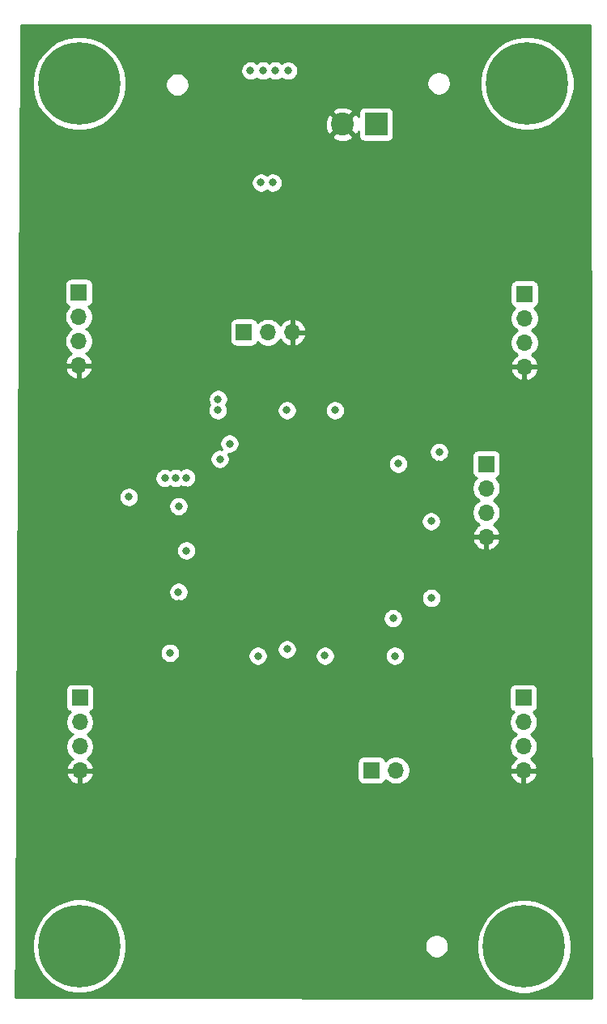
<source format=gbr>
%TF.GenerationSoftware,KiCad,Pcbnew,(5.1.10)-1*%
%TF.CreationDate,2021-11-07T19:26:15-08:00*%
%TF.ProjectId,stm32_pcb,73746d33-325f-4706-9362-2e6b69636164,rev?*%
%TF.SameCoordinates,Original*%
%TF.FileFunction,Copper,L3,Inr*%
%TF.FilePolarity,Positive*%
%FSLAX46Y46*%
G04 Gerber Fmt 4.6, Leading zero omitted, Abs format (unit mm)*
G04 Created by KiCad (PCBNEW (5.1.10)-1) date 2021-11-07 19:26:15*
%MOMM*%
%LPD*%
G01*
G04 APERTURE LIST*
%TA.AperFunction,ComponentPad*%
%ADD10O,1.700000X1.700000*%
%TD*%
%TA.AperFunction,ComponentPad*%
%ADD11R,1.700000X1.700000*%
%TD*%
%TA.AperFunction,ComponentPad*%
%ADD12C,2.400000*%
%TD*%
%TA.AperFunction,ComponentPad*%
%ADD13R,2.400000X2.400000*%
%TD*%
%TA.AperFunction,ComponentPad*%
%ADD14C,0.900000*%
%TD*%
%TA.AperFunction,ComponentPad*%
%ADD15C,8.600000*%
%TD*%
%TA.AperFunction,ViaPad*%
%ADD16C,0.800000*%
%TD*%
%TA.AperFunction,Conductor*%
%ADD17C,0.254000*%
%TD*%
%TA.AperFunction,Conductor*%
%ADD18C,0.100000*%
%TD*%
G04 APERTURE END LIST*
D10*
%TO.N,GND*%
%TO.C,J7*%
X182530000Y-93120000D03*
%TO.N,+3V3*%
X182530000Y-90580000D03*
%TO.N,SWDIO*%
X182530000Y-88040000D03*
D11*
%TO.N,SWCLK*%
X182530000Y-85500000D03*
%TD*%
D10*
%TO.N,GND*%
%TO.C,J6*%
X186520000Y-75360000D03*
%TO.N,+3V3*%
X186520000Y-72820000D03*
%TO.N,DFSDM_CLK*%
X186520000Y-70280000D03*
D11*
%TO.N,DFSDM_TOP_DIN*%
X186520000Y-67740000D03*
%TD*%
D10*
%TO.N,GND*%
%TO.C,J5*%
X140010000Y-117580000D03*
%TO.N,+3V3*%
X140010000Y-115040000D03*
%TO.N,DFSDM_CLK*%
X140010000Y-112500000D03*
D11*
%TO.N,DFSDM_BOT_DIN*%
X140010000Y-109960000D03*
%TD*%
D12*
%TO.N,GND*%
%TO.C,J4*%
X167500000Y-50000000D03*
D13*
%TO.N,VCC*%
X171000000Y-50000000D03*
%TD*%
D10*
%TO.N,SPI_MOSI*%
%TO.C,J3*%
X173060000Y-117520000D03*
D11*
%TO.N,SPI_CLK*%
X170520000Y-117520000D03*
%TD*%
D10*
%TO.N,GND*%
%TO.C,J2*%
X139900000Y-75210000D03*
%TO.N,+3V3*%
X139900000Y-72670000D03*
%TO.N,DFSDM_CLK*%
X139900000Y-70130000D03*
D11*
%TO.N,DFSDM_TOP_DIN*%
X139900000Y-67590000D03*
%TD*%
D10*
%TO.N,GND*%
%TO.C,J1*%
X186420000Y-117570000D03*
%TO.N,+3V3*%
X186420000Y-115030000D03*
%TO.N,DFSDM_CLK*%
X186420000Y-112490000D03*
D11*
%TO.N,DFSDM_BOT_DIN*%
X186420000Y-109950000D03*
%TD*%
D14*
%TO.N,N/C*%
%TO.C,H4*%
X142220419Y-43469581D03*
X139940000Y-42525000D03*
X137659581Y-43469581D03*
X136715000Y-45750000D03*
X137659581Y-48030419D03*
X139940000Y-48975000D03*
X142220419Y-48030419D03*
X143165000Y-45750000D03*
D15*
X139940000Y-45750000D03*
%TD*%
D14*
%TO.N,N/C*%
%TO.C,H3*%
X142250419Y-133599581D03*
X139970000Y-132655000D03*
X137689581Y-133599581D03*
X136745000Y-135880000D03*
X137689581Y-138160419D03*
X139970000Y-139105000D03*
X142250419Y-138160419D03*
X143195000Y-135880000D03*
D15*
X139970000Y-135880000D03*
%TD*%
D14*
%TO.N,N/C*%
%TO.C,H2*%
X189080419Y-43459581D03*
X186800000Y-42515000D03*
X184519581Y-43459581D03*
X183575000Y-45740000D03*
X184519581Y-48020419D03*
X186800000Y-48965000D03*
X189080419Y-48020419D03*
X190025000Y-45740000D03*
D15*
X186800000Y-45740000D03*
%TD*%
D14*
%TO.N,N/C*%
%TO.C,H1*%
X188760419Y-133659581D03*
X186480000Y-132715000D03*
X184199581Y-133659581D03*
X183255000Y-135940000D03*
X184199581Y-138220419D03*
X186480000Y-139165000D03*
X188760419Y-138220419D03*
X189705000Y-135940000D03*
D15*
X186480000Y-135940000D03*
%TD*%
D10*
%TO.N,GND*%
%TO.C,J8*%
X162240000Y-71740000D03*
%TO.N,BOOT0*%
X159700000Y-71740000D03*
D11*
%TO.N,+3V3*%
X157160000Y-71740000D03*
%TD*%
D16*
%TO.N,GND*%
X156000000Y-51760000D03*
X156000000Y-52830000D03*
X156560000Y-54530000D03*
X156560000Y-55480000D03*
X154670000Y-100480000D03*
X156980000Y-128710000D03*
X158510000Y-128730000D03*
X164210000Y-79920000D03*
X140310000Y-97380000D03*
X144900000Y-93000000D03*
X145070000Y-94010000D03*
X144360000Y-87210000D03*
X150010000Y-84490000D03*
X151130000Y-84500000D03*
X148900000Y-84510000D03*
X151140000Y-88240000D03*
X156190000Y-105540000D03*
X163170000Y-105550000D03*
X168080000Y-105540000D03*
X171230000Y-106360000D03*
X175810000Y-103870000D03*
X176770000Y-97000000D03*
X176755000Y-94020000D03*
X178490000Y-86580000D03*
X177580000Y-85540000D03*
X162970000Y-122710000D03*
X146560000Y-89650000D03*
X143100000Y-87180000D03*
X145070000Y-95080000D03*
X140380000Y-98490000D03*
X140500000Y-99570000D03*
X150300000Y-93080000D03*
X154570000Y-90490000D03*
X169220000Y-79900000D03*
X156980000Y-78700000D03*
X152970000Y-104150000D03*
X151030000Y-104930000D03*
X150330000Y-100110000D03*
%TO.N,+3V3*%
X149430000Y-105250000D03*
X154460000Y-78730000D03*
X166700000Y-79900000D03*
X161800000Y-44410000D03*
X150010000Y-86990000D03*
X148890000Y-86990000D03*
X151150000Y-86950000D03*
X150340000Y-89920000D03*
X158630000Y-105560000D03*
X165640000Y-105550000D03*
X172970000Y-105560000D03*
X176770000Y-99510000D03*
X176760000Y-91500000D03*
X177600000Y-84260000D03*
X158960000Y-56110000D03*
X160180000Y-56110000D03*
X157850000Y-44400000D03*
X159170000Y-44400000D03*
X160470000Y-44400000D03*
X151140000Y-94560000D03*
X145140000Y-88960000D03*
X154450000Y-79900000D03*
X161670000Y-79890000D03*
X150320000Y-98890000D03*
%TO.N,Net-(C20-Pad1)*%
X172770000Y-101630000D03*
X173310000Y-85480000D03*
X155670000Y-83380000D03*
%TO.N,DFSDM_BOT_DIN*%
X161680000Y-104880000D03*
%TO.N,DFSDM_TOP_DIN*%
X154650000Y-85000000D03*
%TD*%
D17*
%TO.N,GND*%
X193524201Y-141364109D02*
X133298797Y-141285894D01*
X133331409Y-135393945D01*
X135035000Y-135393945D01*
X135035000Y-136366055D01*
X135224650Y-137319486D01*
X135596660Y-138217599D01*
X136136735Y-139025879D01*
X136824121Y-139713265D01*
X137632401Y-140253340D01*
X138530514Y-140625350D01*
X139483945Y-140815000D01*
X140456055Y-140815000D01*
X141409486Y-140625350D01*
X142307599Y-140253340D01*
X143115879Y-139713265D01*
X143803265Y-139025879D01*
X144343340Y-138217599D01*
X144715350Y-137319486D01*
X144905000Y-136366055D01*
X144905000Y-135776890D01*
X176080048Y-135776890D01*
X176080048Y-136023110D01*
X176128083Y-136264598D01*
X176222307Y-136492074D01*
X176359099Y-136696798D01*
X176533202Y-136870901D01*
X176737926Y-137007693D01*
X176965402Y-137101917D01*
X177206890Y-137149952D01*
X177453110Y-137149952D01*
X177694598Y-137101917D01*
X177922074Y-137007693D01*
X178126798Y-136870901D01*
X178300901Y-136696798D01*
X178437693Y-136492074D01*
X178531917Y-136264598D01*
X178579952Y-136023110D01*
X178579952Y-135776890D01*
X178531917Y-135535402D01*
X178498177Y-135453945D01*
X181545000Y-135453945D01*
X181545000Y-136426055D01*
X181734650Y-137379486D01*
X182106660Y-138277599D01*
X182646735Y-139085879D01*
X183334121Y-139773265D01*
X184142401Y-140313340D01*
X185040514Y-140685350D01*
X185993945Y-140875000D01*
X186966055Y-140875000D01*
X187919486Y-140685350D01*
X188817599Y-140313340D01*
X189625879Y-139773265D01*
X190313265Y-139085879D01*
X190853340Y-138277599D01*
X191225350Y-137379486D01*
X191415000Y-136426055D01*
X191415000Y-135453945D01*
X191225350Y-134500514D01*
X190853340Y-133602401D01*
X190313265Y-132794121D01*
X189625879Y-132106735D01*
X188817599Y-131566660D01*
X187919486Y-131194650D01*
X186966055Y-131005000D01*
X185993945Y-131005000D01*
X185040514Y-131194650D01*
X184142401Y-131566660D01*
X183334121Y-132106735D01*
X182646735Y-132794121D01*
X182106660Y-133602401D01*
X181734650Y-134500514D01*
X181545000Y-135453945D01*
X178498177Y-135453945D01*
X178437693Y-135307926D01*
X178300901Y-135103202D01*
X178126798Y-134929099D01*
X177922074Y-134792307D01*
X177694598Y-134698083D01*
X177453110Y-134650048D01*
X177206890Y-134650048D01*
X176965402Y-134698083D01*
X176737926Y-134792307D01*
X176533202Y-134929099D01*
X176359099Y-135103202D01*
X176222307Y-135307926D01*
X176128083Y-135535402D01*
X176080048Y-135776890D01*
X144905000Y-135776890D01*
X144905000Y-135393945D01*
X144715350Y-134440514D01*
X144343340Y-133542401D01*
X143803265Y-132734121D01*
X143115879Y-132046735D01*
X142307599Y-131506660D01*
X141409486Y-131134650D01*
X140456055Y-130945000D01*
X139483945Y-130945000D01*
X138530514Y-131134650D01*
X137632401Y-131506660D01*
X136824121Y-132046735D01*
X136136735Y-132734121D01*
X135596660Y-133542401D01*
X135224650Y-134440514D01*
X135035000Y-135393945D01*
X133331409Y-135393945D01*
X133428034Y-117936890D01*
X138568524Y-117936890D01*
X138613175Y-118084099D01*
X138738359Y-118346920D01*
X138912412Y-118580269D01*
X139128645Y-118775178D01*
X139378748Y-118924157D01*
X139653109Y-119021481D01*
X139883000Y-118900814D01*
X139883000Y-117707000D01*
X140137000Y-117707000D01*
X140137000Y-118900814D01*
X140366891Y-119021481D01*
X140641252Y-118924157D01*
X140891355Y-118775178D01*
X141107588Y-118580269D01*
X141281641Y-118346920D01*
X141406825Y-118084099D01*
X141451476Y-117936890D01*
X141330155Y-117707000D01*
X140137000Y-117707000D01*
X139883000Y-117707000D01*
X138689845Y-117707000D01*
X138568524Y-117936890D01*
X133428034Y-117936890D01*
X133476891Y-109110000D01*
X138521928Y-109110000D01*
X138521928Y-110810000D01*
X138534188Y-110934482D01*
X138570498Y-111054180D01*
X138629463Y-111164494D01*
X138708815Y-111261185D01*
X138805506Y-111340537D01*
X138915820Y-111399502D01*
X138988380Y-111421513D01*
X138856525Y-111553368D01*
X138694010Y-111796589D01*
X138582068Y-112066842D01*
X138525000Y-112353740D01*
X138525000Y-112646260D01*
X138582068Y-112933158D01*
X138694010Y-113203411D01*
X138856525Y-113446632D01*
X139063368Y-113653475D01*
X139237760Y-113770000D01*
X139063368Y-113886525D01*
X138856525Y-114093368D01*
X138694010Y-114336589D01*
X138582068Y-114606842D01*
X138525000Y-114893740D01*
X138525000Y-115186260D01*
X138582068Y-115473158D01*
X138694010Y-115743411D01*
X138856525Y-115986632D01*
X139063368Y-116193475D01*
X139245534Y-116315195D01*
X139128645Y-116384822D01*
X138912412Y-116579731D01*
X138738359Y-116813080D01*
X138613175Y-117075901D01*
X138568524Y-117223110D01*
X138689845Y-117453000D01*
X139883000Y-117453000D01*
X139883000Y-117433000D01*
X140137000Y-117433000D01*
X140137000Y-117453000D01*
X141330155Y-117453000D01*
X141451476Y-117223110D01*
X141406825Y-117075901D01*
X141281641Y-116813080D01*
X141174919Y-116670000D01*
X169031928Y-116670000D01*
X169031928Y-118370000D01*
X169044188Y-118494482D01*
X169080498Y-118614180D01*
X169139463Y-118724494D01*
X169218815Y-118821185D01*
X169315506Y-118900537D01*
X169425820Y-118959502D01*
X169545518Y-118995812D01*
X169670000Y-119008072D01*
X171370000Y-119008072D01*
X171494482Y-118995812D01*
X171614180Y-118959502D01*
X171724494Y-118900537D01*
X171821185Y-118821185D01*
X171900537Y-118724494D01*
X171959502Y-118614180D01*
X171981513Y-118541620D01*
X172113368Y-118673475D01*
X172356589Y-118835990D01*
X172626842Y-118947932D01*
X172913740Y-119005000D01*
X173206260Y-119005000D01*
X173493158Y-118947932D01*
X173763411Y-118835990D01*
X174006632Y-118673475D01*
X174213475Y-118466632D01*
X174375990Y-118223411D01*
X174487932Y-117953158D01*
X174493157Y-117926890D01*
X184978524Y-117926890D01*
X185023175Y-118074099D01*
X185148359Y-118336920D01*
X185322412Y-118570269D01*
X185538645Y-118765178D01*
X185788748Y-118914157D01*
X186063109Y-119011481D01*
X186293000Y-118890814D01*
X186293000Y-117697000D01*
X186547000Y-117697000D01*
X186547000Y-118890814D01*
X186776891Y-119011481D01*
X187051252Y-118914157D01*
X187301355Y-118765178D01*
X187517588Y-118570269D01*
X187691641Y-118336920D01*
X187816825Y-118074099D01*
X187861476Y-117926890D01*
X187740155Y-117697000D01*
X186547000Y-117697000D01*
X186293000Y-117697000D01*
X185099845Y-117697000D01*
X184978524Y-117926890D01*
X174493157Y-117926890D01*
X174545000Y-117666260D01*
X174545000Y-117373740D01*
X174487932Y-117086842D01*
X174375990Y-116816589D01*
X174213475Y-116573368D01*
X174006632Y-116366525D01*
X173763411Y-116204010D01*
X173493158Y-116092068D01*
X173206260Y-116035000D01*
X172913740Y-116035000D01*
X172626842Y-116092068D01*
X172356589Y-116204010D01*
X172113368Y-116366525D01*
X171981513Y-116498380D01*
X171959502Y-116425820D01*
X171900537Y-116315506D01*
X171821185Y-116218815D01*
X171724494Y-116139463D01*
X171614180Y-116080498D01*
X171494482Y-116044188D01*
X171370000Y-116031928D01*
X169670000Y-116031928D01*
X169545518Y-116044188D01*
X169425820Y-116080498D01*
X169315506Y-116139463D01*
X169218815Y-116218815D01*
X169139463Y-116315506D01*
X169080498Y-116425820D01*
X169044188Y-116545518D01*
X169031928Y-116670000D01*
X141174919Y-116670000D01*
X141107588Y-116579731D01*
X140891355Y-116384822D01*
X140774466Y-116315195D01*
X140956632Y-116193475D01*
X141163475Y-115986632D01*
X141325990Y-115743411D01*
X141437932Y-115473158D01*
X141495000Y-115186260D01*
X141495000Y-114893740D01*
X141437932Y-114606842D01*
X141325990Y-114336589D01*
X141163475Y-114093368D01*
X140956632Y-113886525D01*
X140782240Y-113770000D01*
X140956632Y-113653475D01*
X141163475Y-113446632D01*
X141325990Y-113203411D01*
X141437932Y-112933158D01*
X141495000Y-112646260D01*
X141495000Y-112353740D01*
X141437932Y-112066842D01*
X141325990Y-111796589D01*
X141163475Y-111553368D01*
X141031620Y-111421513D01*
X141104180Y-111399502D01*
X141214494Y-111340537D01*
X141311185Y-111261185D01*
X141390537Y-111164494D01*
X141449502Y-111054180D01*
X141485812Y-110934482D01*
X141498072Y-110810000D01*
X141498072Y-109110000D01*
X141497088Y-109100000D01*
X184931928Y-109100000D01*
X184931928Y-110800000D01*
X184944188Y-110924482D01*
X184980498Y-111044180D01*
X185039463Y-111154494D01*
X185118815Y-111251185D01*
X185215506Y-111330537D01*
X185325820Y-111389502D01*
X185398380Y-111411513D01*
X185266525Y-111543368D01*
X185104010Y-111786589D01*
X184992068Y-112056842D01*
X184935000Y-112343740D01*
X184935000Y-112636260D01*
X184992068Y-112923158D01*
X185104010Y-113193411D01*
X185266525Y-113436632D01*
X185473368Y-113643475D01*
X185647760Y-113760000D01*
X185473368Y-113876525D01*
X185266525Y-114083368D01*
X185104010Y-114326589D01*
X184992068Y-114596842D01*
X184935000Y-114883740D01*
X184935000Y-115176260D01*
X184992068Y-115463158D01*
X185104010Y-115733411D01*
X185266525Y-115976632D01*
X185473368Y-116183475D01*
X185655534Y-116305195D01*
X185538645Y-116374822D01*
X185322412Y-116569731D01*
X185148359Y-116803080D01*
X185023175Y-117065901D01*
X184978524Y-117213110D01*
X185099845Y-117443000D01*
X186293000Y-117443000D01*
X186293000Y-117423000D01*
X186547000Y-117423000D01*
X186547000Y-117443000D01*
X187740155Y-117443000D01*
X187861476Y-117213110D01*
X187816825Y-117065901D01*
X187691641Y-116803080D01*
X187517588Y-116569731D01*
X187301355Y-116374822D01*
X187184466Y-116305195D01*
X187366632Y-116183475D01*
X187573475Y-115976632D01*
X187735990Y-115733411D01*
X187847932Y-115463158D01*
X187905000Y-115176260D01*
X187905000Y-114883740D01*
X187847932Y-114596842D01*
X187735990Y-114326589D01*
X187573475Y-114083368D01*
X187366632Y-113876525D01*
X187192240Y-113760000D01*
X187366632Y-113643475D01*
X187573475Y-113436632D01*
X187735990Y-113193411D01*
X187847932Y-112923158D01*
X187905000Y-112636260D01*
X187905000Y-112343740D01*
X187847932Y-112056842D01*
X187735990Y-111786589D01*
X187573475Y-111543368D01*
X187441620Y-111411513D01*
X187514180Y-111389502D01*
X187624494Y-111330537D01*
X187721185Y-111251185D01*
X187800537Y-111154494D01*
X187859502Y-111044180D01*
X187895812Y-110924482D01*
X187908072Y-110800000D01*
X187908072Y-109100000D01*
X187895812Y-108975518D01*
X187859502Y-108855820D01*
X187800537Y-108745506D01*
X187721185Y-108648815D01*
X187624494Y-108569463D01*
X187514180Y-108510498D01*
X187394482Y-108474188D01*
X187270000Y-108461928D01*
X185570000Y-108461928D01*
X185445518Y-108474188D01*
X185325820Y-108510498D01*
X185215506Y-108569463D01*
X185118815Y-108648815D01*
X185039463Y-108745506D01*
X184980498Y-108855820D01*
X184944188Y-108975518D01*
X184931928Y-109100000D01*
X141497088Y-109100000D01*
X141485812Y-108985518D01*
X141449502Y-108865820D01*
X141390537Y-108755506D01*
X141311185Y-108658815D01*
X141214494Y-108579463D01*
X141104180Y-108520498D01*
X140984482Y-108484188D01*
X140860000Y-108471928D01*
X139160000Y-108471928D01*
X139035518Y-108484188D01*
X138915820Y-108520498D01*
X138805506Y-108579463D01*
X138708815Y-108658815D01*
X138629463Y-108755506D01*
X138570498Y-108865820D01*
X138534188Y-108985518D01*
X138521928Y-109110000D01*
X133476891Y-109110000D01*
X133498820Y-105148061D01*
X148395000Y-105148061D01*
X148395000Y-105351939D01*
X148434774Y-105551898D01*
X148512795Y-105740256D01*
X148626063Y-105909774D01*
X148770226Y-106053937D01*
X148939744Y-106167205D01*
X149128102Y-106245226D01*
X149328061Y-106285000D01*
X149531939Y-106285000D01*
X149731898Y-106245226D01*
X149920256Y-106167205D01*
X150089774Y-106053937D01*
X150233937Y-105909774D01*
X150347205Y-105740256D01*
X150425226Y-105551898D01*
X150443891Y-105458061D01*
X157595000Y-105458061D01*
X157595000Y-105661939D01*
X157634774Y-105861898D01*
X157712795Y-106050256D01*
X157826063Y-106219774D01*
X157970226Y-106363937D01*
X158139744Y-106477205D01*
X158328102Y-106555226D01*
X158528061Y-106595000D01*
X158731939Y-106595000D01*
X158931898Y-106555226D01*
X159120256Y-106477205D01*
X159289774Y-106363937D01*
X159433937Y-106219774D01*
X159547205Y-106050256D01*
X159625226Y-105861898D01*
X159665000Y-105661939D01*
X159665000Y-105458061D01*
X159625226Y-105258102D01*
X159547205Y-105069744D01*
X159433937Y-104900226D01*
X159311772Y-104778061D01*
X160645000Y-104778061D01*
X160645000Y-104981939D01*
X160684774Y-105181898D01*
X160762795Y-105370256D01*
X160876063Y-105539774D01*
X161020226Y-105683937D01*
X161189744Y-105797205D01*
X161378102Y-105875226D01*
X161578061Y-105915000D01*
X161781939Y-105915000D01*
X161981898Y-105875226D01*
X162170256Y-105797205D01*
X162339774Y-105683937D01*
X162483937Y-105539774D01*
X162545217Y-105448061D01*
X164605000Y-105448061D01*
X164605000Y-105651939D01*
X164644774Y-105851898D01*
X164722795Y-106040256D01*
X164836063Y-106209774D01*
X164980226Y-106353937D01*
X165149744Y-106467205D01*
X165338102Y-106545226D01*
X165538061Y-106585000D01*
X165741939Y-106585000D01*
X165941898Y-106545226D01*
X166130256Y-106467205D01*
X166299774Y-106353937D01*
X166443937Y-106209774D01*
X166557205Y-106040256D01*
X166635226Y-105851898D01*
X166675000Y-105651939D01*
X166675000Y-105458061D01*
X171935000Y-105458061D01*
X171935000Y-105661939D01*
X171974774Y-105861898D01*
X172052795Y-106050256D01*
X172166063Y-106219774D01*
X172310226Y-106363937D01*
X172479744Y-106477205D01*
X172668102Y-106555226D01*
X172868061Y-106595000D01*
X173071939Y-106595000D01*
X173271898Y-106555226D01*
X173460256Y-106477205D01*
X173629774Y-106363937D01*
X173773937Y-106219774D01*
X173887205Y-106050256D01*
X173965226Y-105861898D01*
X174005000Y-105661939D01*
X174005000Y-105458061D01*
X173965226Y-105258102D01*
X173887205Y-105069744D01*
X173773937Y-104900226D01*
X173629774Y-104756063D01*
X173460256Y-104642795D01*
X173271898Y-104564774D01*
X173071939Y-104525000D01*
X172868061Y-104525000D01*
X172668102Y-104564774D01*
X172479744Y-104642795D01*
X172310226Y-104756063D01*
X172166063Y-104900226D01*
X172052795Y-105069744D01*
X171974774Y-105258102D01*
X171935000Y-105458061D01*
X166675000Y-105458061D01*
X166675000Y-105448061D01*
X166635226Y-105248102D01*
X166557205Y-105059744D01*
X166443937Y-104890226D01*
X166299774Y-104746063D01*
X166130256Y-104632795D01*
X165941898Y-104554774D01*
X165741939Y-104515000D01*
X165538061Y-104515000D01*
X165338102Y-104554774D01*
X165149744Y-104632795D01*
X164980226Y-104746063D01*
X164836063Y-104890226D01*
X164722795Y-105059744D01*
X164644774Y-105248102D01*
X164605000Y-105448061D01*
X162545217Y-105448061D01*
X162597205Y-105370256D01*
X162675226Y-105181898D01*
X162715000Y-104981939D01*
X162715000Y-104778061D01*
X162675226Y-104578102D01*
X162597205Y-104389744D01*
X162483937Y-104220226D01*
X162339774Y-104076063D01*
X162170256Y-103962795D01*
X161981898Y-103884774D01*
X161781939Y-103845000D01*
X161578061Y-103845000D01*
X161378102Y-103884774D01*
X161189744Y-103962795D01*
X161020226Y-104076063D01*
X160876063Y-104220226D01*
X160762795Y-104389744D01*
X160684774Y-104578102D01*
X160645000Y-104778061D01*
X159311772Y-104778061D01*
X159289774Y-104756063D01*
X159120256Y-104642795D01*
X158931898Y-104564774D01*
X158731939Y-104525000D01*
X158528061Y-104525000D01*
X158328102Y-104564774D01*
X158139744Y-104642795D01*
X157970226Y-104756063D01*
X157826063Y-104900226D01*
X157712795Y-105069744D01*
X157634774Y-105258102D01*
X157595000Y-105458061D01*
X150443891Y-105458061D01*
X150465000Y-105351939D01*
X150465000Y-105148061D01*
X150425226Y-104948102D01*
X150347205Y-104759744D01*
X150233937Y-104590226D01*
X150089774Y-104446063D01*
X149920256Y-104332795D01*
X149731898Y-104254774D01*
X149531939Y-104215000D01*
X149328061Y-104215000D01*
X149128102Y-104254774D01*
X148939744Y-104332795D01*
X148770226Y-104446063D01*
X148626063Y-104590226D01*
X148512795Y-104759744D01*
X148434774Y-104948102D01*
X148395000Y-105148061D01*
X133498820Y-105148061D01*
X133518856Y-101528061D01*
X171735000Y-101528061D01*
X171735000Y-101731939D01*
X171774774Y-101931898D01*
X171852795Y-102120256D01*
X171966063Y-102289774D01*
X172110226Y-102433937D01*
X172279744Y-102547205D01*
X172468102Y-102625226D01*
X172668061Y-102665000D01*
X172871939Y-102665000D01*
X173071898Y-102625226D01*
X173260256Y-102547205D01*
X173429774Y-102433937D01*
X173573937Y-102289774D01*
X173687205Y-102120256D01*
X173765226Y-101931898D01*
X173805000Y-101731939D01*
X173805000Y-101528061D01*
X173765226Y-101328102D01*
X173687205Y-101139744D01*
X173573937Y-100970226D01*
X173429774Y-100826063D01*
X173260256Y-100712795D01*
X173071898Y-100634774D01*
X172871939Y-100595000D01*
X172668061Y-100595000D01*
X172468102Y-100634774D01*
X172279744Y-100712795D01*
X172110226Y-100826063D01*
X171966063Y-100970226D01*
X171852795Y-101139744D01*
X171774774Y-101328102D01*
X171735000Y-101528061D01*
X133518856Y-101528061D01*
X133534022Y-98788061D01*
X149285000Y-98788061D01*
X149285000Y-98991939D01*
X149324774Y-99191898D01*
X149402795Y-99380256D01*
X149516063Y-99549774D01*
X149660226Y-99693937D01*
X149829744Y-99807205D01*
X150018102Y-99885226D01*
X150218061Y-99925000D01*
X150421939Y-99925000D01*
X150621898Y-99885226D01*
X150810256Y-99807205D01*
X150979774Y-99693937D01*
X151123937Y-99549774D01*
X151218626Y-99408061D01*
X175735000Y-99408061D01*
X175735000Y-99611939D01*
X175774774Y-99811898D01*
X175852795Y-100000256D01*
X175966063Y-100169774D01*
X176110226Y-100313937D01*
X176279744Y-100427205D01*
X176468102Y-100505226D01*
X176668061Y-100545000D01*
X176871939Y-100545000D01*
X177071898Y-100505226D01*
X177260256Y-100427205D01*
X177429774Y-100313937D01*
X177573937Y-100169774D01*
X177687205Y-100000256D01*
X177765226Y-99811898D01*
X177805000Y-99611939D01*
X177805000Y-99408061D01*
X177765226Y-99208102D01*
X177687205Y-99019744D01*
X177573937Y-98850226D01*
X177429774Y-98706063D01*
X177260256Y-98592795D01*
X177071898Y-98514774D01*
X176871939Y-98475000D01*
X176668061Y-98475000D01*
X176468102Y-98514774D01*
X176279744Y-98592795D01*
X176110226Y-98706063D01*
X175966063Y-98850226D01*
X175852795Y-99019744D01*
X175774774Y-99208102D01*
X175735000Y-99408061D01*
X151218626Y-99408061D01*
X151237205Y-99380256D01*
X151315226Y-99191898D01*
X151355000Y-98991939D01*
X151355000Y-98788061D01*
X151315226Y-98588102D01*
X151237205Y-98399744D01*
X151123937Y-98230226D01*
X150979774Y-98086063D01*
X150810256Y-97972795D01*
X150621898Y-97894774D01*
X150421939Y-97855000D01*
X150218061Y-97855000D01*
X150018102Y-97894774D01*
X149829744Y-97972795D01*
X149660226Y-98086063D01*
X149516063Y-98230226D01*
X149402795Y-98399744D01*
X149324774Y-98588102D01*
X149285000Y-98788061D01*
X133534022Y-98788061D01*
X133557989Y-94458061D01*
X150105000Y-94458061D01*
X150105000Y-94661939D01*
X150144774Y-94861898D01*
X150222795Y-95050256D01*
X150336063Y-95219774D01*
X150480226Y-95363937D01*
X150649744Y-95477205D01*
X150838102Y-95555226D01*
X151038061Y-95595000D01*
X151241939Y-95595000D01*
X151441898Y-95555226D01*
X151630256Y-95477205D01*
X151799774Y-95363937D01*
X151943937Y-95219774D01*
X152057205Y-95050256D01*
X152135226Y-94861898D01*
X152175000Y-94661939D01*
X152175000Y-94458061D01*
X152135226Y-94258102D01*
X152057205Y-94069744D01*
X151943937Y-93900226D01*
X151799774Y-93756063D01*
X151630256Y-93642795D01*
X151441898Y-93564774D01*
X151241939Y-93525000D01*
X151038061Y-93525000D01*
X150838102Y-93564774D01*
X150649744Y-93642795D01*
X150480226Y-93756063D01*
X150336063Y-93900226D01*
X150222795Y-94069744D01*
X150144774Y-94258102D01*
X150105000Y-94458061D01*
X133557989Y-94458061D01*
X133563419Y-93476890D01*
X181088524Y-93476890D01*
X181133175Y-93624099D01*
X181258359Y-93886920D01*
X181432412Y-94120269D01*
X181648645Y-94315178D01*
X181898748Y-94464157D01*
X182173109Y-94561481D01*
X182403000Y-94440814D01*
X182403000Y-93247000D01*
X182657000Y-93247000D01*
X182657000Y-94440814D01*
X182886891Y-94561481D01*
X183161252Y-94464157D01*
X183411355Y-94315178D01*
X183627588Y-94120269D01*
X183801641Y-93886920D01*
X183926825Y-93624099D01*
X183971476Y-93476890D01*
X183850155Y-93247000D01*
X182657000Y-93247000D01*
X182403000Y-93247000D01*
X181209845Y-93247000D01*
X181088524Y-93476890D01*
X133563419Y-93476890D01*
X133574926Y-91398061D01*
X175725000Y-91398061D01*
X175725000Y-91601939D01*
X175764774Y-91801898D01*
X175842795Y-91990256D01*
X175956063Y-92159774D01*
X176100226Y-92303937D01*
X176269744Y-92417205D01*
X176458102Y-92495226D01*
X176658061Y-92535000D01*
X176861939Y-92535000D01*
X177061898Y-92495226D01*
X177250256Y-92417205D01*
X177419774Y-92303937D01*
X177563937Y-92159774D01*
X177677205Y-91990256D01*
X177755226Y-91801898D01*
X177795000Y-91601939D01*
X177795000Y-91398061D01*
X177755226Y-91198102D01*
X177677205Y-91009744D01*
X177563937Y-90840226D01*
X177419774Y-90696063D01*
X177250256Y-90582795D01*
X177061898Y-90504774D01*
X176861939Y-90465000D01*
X176658061Y-90465000D01*
X176458102Y-90504774D01*
X176269744Y-90582795D01*
X176100226Y-90696063D01*
X175956063Y-90840226D01*
X175842795Y-91009744D01*
X175764774Y-91198102D01*
X175725000Y-91398061D01*
X133574926Y-91398061D01*
X133588986Y-88858061D01*
X144105000Y-88858061D01*
X144105000Y-89061939D01*
X144144774Y-89261898D01*
X144222795Y-89450256D01*
X144336063Y-89619774D01*
X144480226Y-89763937D01*
X144649744Y-89877205D01*
X144838102Y-89955226D01*
X145038061Y-89995000D01*
X145241939Y-89995000D01*
X145441898Y-89955226D01*
X145630256Y-89877205D01*
X145718771Y-89818061D01*
X149305000Y-89818061D01*
X149305000Y-90021939D01*
X149344774Y-90221898D01*
X149422795Y-90410256D01*
X149536063Y-90579774D01*
X149680226Y-90723937D01*
X149849744Y-90837205D01*
X150038102Y-90915226D01*
X150238061Y-90955000D01*
X150441939Y-90955000D01*
X150641898Y-90915226D01*
X150830256Y-90837205D01*
X150999774Y-90723937D01*
X151143937Y-90579774D01*
X151257205Y-90410256D01*
X151335226Y-90221898D01*
X151375000Y-90021939D01*
X151375000Y-89818061D01*
X151335226Y-89618102D01*
X151257205Y-89429744D01*
X151143937Y-89260226D01*
X150999774Y-89116063D01*
X150830256Y-89002795D01*
X150641898Y-88924774D01*
X150441939Y-88885000D01*
X150238061Y-88885000D01*
X150038102Y-88924774D01*
X149849744Y-89002795D01*
X149680226Y-89116063D01*
X149536063Y-89260226D01*
X149422795Y-89429744D01*
X149344774Y-89618102D01*
X149305000Y-89818061D01*
X145718771Y-89818061D01*
X145799774Y-89763937D01*
X145943937Y-89619774D01*
X146057205Y-89450256D01*
X146135226Y-89261898D01*
X146175000Y-89061939D01*
X146175000Y-88858061D01*
X146135226Y-88658102D01*
X146057205Y-88469744D01*
X145943937Y-88300226D01*
X145799774Y-88156063D01*
X145630256Y-88042795D01*
X145441898Y-87964774D01*
X145241939Y-87925000D01*
X145038061Y-87925000D01*
X144838102Y-87964774D01*
X144649744Y-88042795D01*
X144480226Y-88156063D01*
X144336063Y-88300226D01*
X144222795Y-88469744D01*
X144144774Y-88658102D01*
X144105000Y-88858061D01*
X133588986Y-88858061D01*
X133599890Y-86888061D01*
X147855000Y-86888061D01*
X147855000Y-87091939D01*
X147894774Y-87291898D01*
X147972795Y-87480256D01*
X148086063Y-87649774D01*
X148230226Y-87793937D01*
X148399744Y-87907205D01*
X148588102Y-87985226D01*
X148788061Y-88025000D01*
X148991939Y-88025000D01*
X149191898Y-87985226D01*
X149380256Y-87907205D01*
X149450000Y-87860604D01*
X149519744Y-87907205D01*
X149708102Y-87985226D01*
X149908061Y-88025000D01*
X150111939Y-88025000D01*
X150311898Y-87985226D01*
X150500256Y-87907205D01*
X150609932Y-87833922D01*
X150659744Y-87867205D01*
X150848102Y-87945226D01*
X151048061Y-87985000D01*
X151251939Y-87985000D01*
X151451898Y-87945226D01*
X151640256Y-87867205D01*
X151809774Y-87753937D01*
X151953937Y-87609774D01*
X152067205Y-87440256D01*
X152145226Y-87251898D01*
X152185000Y-87051939D01*
X152185000Y-86848061D01*
X152145226Y-86648102D01*
X152067205Y-86459744D01*
X151953937Y-86290226D01*
X151809774Y-86146063D01*
X151640256Y-86032795D01*
X151451898Y-85954774D01*
X151251939Y-85915000D01*
X151048061Y-85915000D01*
X150848102Y-85954774D01*
X150659744Y-86032795D01*
X150550068Y-86106078D01*
X150500256Y-86072795D01*
X150311898Y-85994774D01*
X150111939Y-85955000D01*
X149908061Y-85955000D01*
X149708102Y-85994774D01*
X149519744Y-86072795D01*
X149450000Y-86119396D01*
X149380256Y-86072795D01*
X149191898Y-85994774D01*
X148991939Y-85955000D01*
X148788061Y-85955000D01*
X148588102Y-85994774D01*
X148399744Y-86072795D01*
X148230226Y-86186063D01*
X148086063Y-86330226D01*
X147972795Y-86499744D01*
X147894774Y-86688102D01*
X147855000Y-86888061D01*
X133599890Y-86888061D01*
X133610904Y-84898061D01*
X153615000Y-84898061D01*
X153615000Y-85101939D01*
X153654774Y-85301898D01*
X153732795Y-85490256D01*
X153846063Y-85659774D01*
X153990226Y-85803937D01*
X154159744Y-85917205D01*
X154348102Y-85995226D01*
X154548061Y-86035000D01*
X154751939Y-86035000D01*
X154951898Y-85995226D01*
X155140256Y-85917205D01*
X155309774Y-85803937D01*
X155453937Y-85659774D01*
X155567205Y-85490256D01*
X155613678Y-85378061D01*
X172275000Y-85378061D01*
X172275000Y-85581939D01*
X172314774Y-85781898D01*
X172392795Y-85970256D01*
X172506063Y-86139774D01*
X172650226Y-86283937D01*
X172819744Y-86397205D01*
X173008102Y-86475226D01*
X173208061Y-86515000D01*
X173411939Y-86515000D01*
X173611898Y-86475226D01*
X173800256Y-86397205D01*
X173969774Y-86283937D01*
X174113937Y-86139774D01*
X174227205Y-85970256D01*
X174305226Y-85781898D01*
X174345000Y-85581939D01*
X174345000Y-85378061D01*
X174305226Y-85178102D01*
X174227205Y-84989744D01*
X174113937Y-84820226D01*
X173969774Y-84676063D01*
X173800256Y-84562795D01*
X173611898Y-84484774D01*
X173411939Y-84445000D01*
X173208061Y-84445000D01*
X173008102Y-84484774D01*
X172819744Y-84562795D01*
X172650226Y-84676063D01*
X172506063Y-84820226D01*
X172392795Y-84989744D01*
X172314774Y-85178102D01*
X172275000Y-85378061D01*
X155613678Y-85378061D01*
X155645226Y-85301898D01*
X155685000Y-85101939D01*
X155685000Y-84898061D01*
X155645226Y-84698102D01*
X155567205Y-84509744D01*
X155494065Y-84400281D01*
X155568061Y-84415000D01*
X155771939Y-84415000D01*
X155971898Y-84375226D01*
X156160256Y-84297205D01*
X156329774Y-84183937D01*
X156355650Y-84158061D01*
X176565000Y-84158061D01*
X176565000Y-84361939D01*
X176604774Y-84561898D01*
X176682795Y-84750256D01*
X176796063Y-84919774D01*
X176940226Y-85063937D01*
X177109744Y-85177205D01*
X177298102Y-85255226D01*
X177498061Y-85295000D01*
X177701939Y-85295000D01*
X177901898Y-85255226D01*
X178090256Y-85177205D01*
X178259774Y-85063937D01*
X178403937Y-84919774D01*
X178517205Y-84750256D01*
X178558732Y-84650000D01*
X181041928Y-84650000D01*
X181041928Y-86350000D01*
X181054188Y-86474482D01*
X181090498Y-86594180D01*
X181149463Y-86704494D01*
X181228815Y-86801185D01*
X181325506Y-86880537D01*
X181435820Y-86939502D01*
X181508380Y-86961513D01*
X181376525Y-87093368D01*
X181214010Y-87336589D01*
X181102068Y-87606842D01*
X181045000Y-87893740D01*
X181045000Y-88186260D01*
X181102068Y-88473158D01*
X181214010Y-88743411D01*
X181376525Y-88986632D01*
X181583368Y-89193475D01*
X181757760Y-89310000D01*
X181583368Y-89426525D01*
X181376525Y-89633368D01*
X181214010Y-89876589D01*
X181102068Y-90146842D01*
X181045000Y-90433740D01*
X181045000Y-90726260D01*
X181102068Y-91013158D01*
X181214010Y-91283411D01*
X181376525Y-91526632D01*
X181583368Y-91733475D01*
X181765534Y-91855195D01*
X181648645Y-91924822D01*
X181432412Y-92119731D01*
X181258359Y-92353080D01*
X181133175Y-92615901D01*
X181088524Y-92763110D01*
X181209845Y-92993000D01*
X182403000Y-92993000D01*
X182403000Y-92973000D01*
X182657000Y-92973000D01*
X182657000Y-92993000D01*
X183850155Y-92993000D01*
X183971476Y-92763110D01*
X183926825Y-92615901D01*
X183801641Y-92353080D01*
X183627588Y-92119731D01*
X183411355Y-91924822D01*
X183294466Y-91855195D01*
X183476632Y-91733475D01*
X183683475Y-91526632D01*
X183845990Y-91283411D01*
X183957932Y-91013158D01*
X184015000Y-90726260D01*
X184015000Y-90433740D01*
X183957932Y-90146842D01*
X183845990Y-89876589D01*
X183683475Y-89633368D01*
X183476632Y-89426525D01*
X183302240Y-89310000D01*
X183476632Y-89193475D01*
X183683475Y-88986632D01*
X183845990Y-88743411D01*
X183957932Y-88473158D01*
X184015000Y-88186260D01*
X184015000Y-87893740D01*
X183957932Y-87606842D01*
X183845990Y-87336589D01*
X183683475Y-87093368D01*
X183551620Y-86961513D01*
X183624180Y-86939502D01*
X183734494Y-86880537D01*
X183831185Y-86801185D01*
X183910537Y-86704494D01*
X183969502Y-86594180D01*
X184005812Y-86474482D01*
X184018072Y-86350000D01*
X184018072Y-84650000D01*
X184005812Y-84525518D01*
X183969502Y-84405820D01*
X183910537Y-84295506D01*
X183831185Y-84198815D01*
X183734494Y-84119463D01*
X183624180Y-84060498D01*
X183504482Y-84024188D01*
X183380000Y-84011928D01*
X181680000Y-84011928D01*
X181555518Y-84024188D01*
X181435820Y-84060498D01*
X181325506Y-84119463D01*
X181228815Y-84198815D01*
X181149463Y-84295506D01*
X181090498Y-84405820D01*
X181054188Y-84525518D01*
X181041928Y-84650000D01*
X178558732Y-84650000D01*
X178595226Y-84561898D01*
X178635000Y-84361939D01*
X178635000Y-84158061D01*
X178595226Y-83958102D01*
X178517205Y-83769744D01*
X178403937Y-83600226D01*
X178259774Y-83456063D01*
X178090256Y-83342795D01*
X177901898Y-83264774D01*
X177701939Y-83225000D01*
X177498061Y-83225000D01*
X177298102Y-83264774D01*
X177109744Y-83342795D01*
X176940226Y-83456063D01*
X176796063Y-83600226D01*
X176682795Y-83769744D01*
X176604774Y-83958102D01*
X176565000Y-84158061D01*
X156355650Y-84158061D01*
X156473937Y-84039774D01*
X156587205Y-83870256D01*
X156665226Y-83681898D01*
X156705000Y-83481939D01*
X156705000Y-83278061D01*
X156665226Y-83078102D01*
X156587205Y-82889744D01*
X156473937Y-82720226D01*
X156329774Y-82576063D01*
X156160256Y-82462795D01*
X155971898Y-82384774D01*
X155771939Y-82345000D01*
X155568061Y-82345000D01*
X155368102Y-82384774D01*
X155179744Y-82462795D01*
X155010226Y-82576063D01*
X154866063Y-82720226D01*
X154752795Y-82889744D01*
X154674774Y-83078102D01*
X154635000Y-83278061D01*
X154635000Y-83481939D01*
X154674774Y-83681898D01*
X154752795Y-83870256D01*
X154825935Y-83979719D01*
X154751939Y-83965000D01*
X154548061Y-83965000D01*
X154348102Y-84004774D01*
X154159744Y-84082795D01*
X153990226Y-84196063D01*
X153846063Y-84340226D01*
X153732795Y-84509744D01*
X153654774Y-84698102D01*
X153615000Y-84898061D01*
X133610904Y-84898061D01*
X133639133Y-79798061D01*
X153415000Y-79798061D01*
X153415000Y-80001939D01*
X153454774Y-80201898D01*
X153532795Y-80390256D01*
X153646063Y-80559774D01*
X153790226Y-80703937D01*
X153959744Y-80817205D01*
X154148102Y-80895226D01*
X154348061Y-80935000D01*
X154551939Y-80935000D01*
X154751898Y-80895226D01*
X154940256Y-80817205D01*
X155109774Y-80703937D01*
X155253937Y-80559774D01*
X155367205Y-80390256D01*
X155445226Y-80201898D01*
X155485000Y-80001939D01*
X155485000Y-79798061D01*
X155483011Y-79788061D01*
X160635000Y-79788061D01*
X160635000Y-79991939D01*
X160674774Y-80191898D01*
X160752795Y-80380256D01*
X160866063Y-80549774D01*
X161010226Y-80693937D01*
X161179744Y-80807205D01*
X161368102Y-80885226D01*
X161568061Y-80925000D01*
X161771939Y-80925000D01*
X161971898Y-80885226D01*
X162160256Y-80807205D01*
X162329774Y-80693937D01*
X162473937Y-80549774D01*
X162587205Y-80380256D01*
X162665226Y-80191898D01*
X162705000Y-79991939D01*
X162705000Y-79798061D01*
X165665000Y-79798061D01*
X165665000Y-80001939D01*
X165704774Y-80201898D01*
X165782795Y-80390256D01*
X165896063Y-80559774D01*
X166040226Y-80703937D01*
X166209744Y-80817205D01*
X166398102Y-80895226D01*
X166598061Y-80935000D01*
X166801939Y-80935000D01*
X167001898Y-80895226D01*
X167190256Y-80817205D01*
X167359774Y-80703937D01*
X167503937Y-80559774D01*
X167617205Y-80390256D01*
X167695226Y-80201898D01*
X167735000Y-80001939D01*
X167735000Y-79798061D01*
X167695226Y-79598102D01*
X167617205Y-79409744D01*
X167503937Y-79240226D01*
X167359774Y-79096063D01*
X167190256Y-78982795D01*
X167001898Y-78904774D01*
X166801939Y-78865000D01*
X166598061Y-78865000D01*
X166398102Y-78904774D01*
X166209744Y-78982795D01*
X166040226Y-79096063D01*
X165896063Y-79240226D01*
X165782795Y-79409744D01*
X165704774Y-79598102D01*
X165665000Y-79798061D01*
X162705000Y-79798061D01*
X162705000Y-79788061D01*
X162665226Y-79588102D01*
X162587205Y-79399744D01*
X162473937Y-79230226D01*
X162329774Y-79086063D01*
X162160256Y-78972795D01*
X161971898Y-78894774D01*
X161771939Y-78855000D01*
X161568061Y-78855000D01*
X161368102Y-78894774D01*
X161179744Y-78972795D01*
X161010226Y-79086063D01*
X160866063Y-79230226D01*
X160752795Y-79399744D01*
X160674774Y-79588102D01*
X160635000Y-79788061D01*
X155483011Y-79788061D01*
X155445226Y-79598102D01*
X155367205Y-79409744D01*
X155308899Y-79322483D01*
X155377205Y-79220256D01*
X155455226Y-79031898D01*
X155495000Y-78831939D01*
X155495000Y-78628061D01*
X155455226Y-78428102D01*
X155377205Y-78239744D01*
X155263937Y-78070226D01*
X155119774Y-77926063D01*
X154950256Y-77812795D01*
X154761898Y-77734774D01*
X154561939Y-77695000D01*
X154358061Y-77695000D01*
X154158102Y-77734774D01*
X153969744Y-77812795D01*
X153800226Y-77926063D01*
X153656063Y-78070226D01*
X153542795Y-78239744D01*
X153464774Y-78428102D01*
X153425000Y-78628061D01*
X153425000Y-78831939D01*
X153464774Y-79031898D01*
X153542795Y-79220256D01*
X153601101Y-79307517D01*
X153532795Y-79409744D01*
X153454774Y-79598102D01*
X153415000Y-79798061D01*
X133639133Y-79798061D01*
X133662553Y-75566890D01*
X138458524Y-75566890D01*
X138503175Y-75714099D01*
X138628359Y-75976920D01*
X138802412Y-76210269D01*
X139018645Y-76405178D01*
X139268748Y-76554157D01*
X139543109Y-76651481D01*
X139773000Y-76530814D01*
X139773000Y-75337000D01*
X140027000Y-75337000D01*
X140027000Y-76530814D01*
X140256891Y-76651481D01*
X140531252Y-76554157D01*
X140781355Y-76405178D01*
X140997588Y-76210269D01*
X141171641Y-75976920D01*
X141295495Y-75716890D01*
X185078524Y-75716890D01*
X185123175Y-75864099D01*
X185248359Y-76126920D01*
X185422412Y-76360269D01*
X185638645Y-76555178D01*
X185888748Y-76704157D01*
X186163109Y-76801481D01*
X186393000Y-76680814D01*
X186393000Y-75487000D01*
X186647000Y-75487000D01*
X186647000Y-76680814D01*
X186876891Y-76801481D01*
X187151252Y-76704157D01*
X187401355Y-76555178D01*
X187617588Y-76360269D01*
X187791641Y-76126920D01*
X187916825Y-75864099D01*
X187961476Y-75716890D01*
X187840155Y-75487000D01*
X186647000Y-75487000D01*
X186393000Y-75487000D01*
X185199845Y-75487000D01*
X185078524Y-75716890D01*
X141295495Y-75716890D01*
X141296825Y-75714099D01*
X141341476Y-75566890D01*
X141220155Y-75337000D01*
X140027000Y-75337000D01*
X139773000Y-75337000D01*
X138579845Y-75337000D01*
X138458524Y-75566890D01*
X133662553Y-75566890D01*
X133711411Y-66740000D01*
X138411928Y-66740000D01*
X138411928Y-68440000D01*
X138424188Y-68564482D01*
X138460498Y-68684180D01*
X138519463Y-68794494D01*
X138598815Y-68891185D01*
X138695506Y-68970537D01*
X138805820Y-69029502D01*
X138878380Y-69051513D01*
X138746525Y-69183368D01*
X138584010Y-69426589D01*
X138472068Y-69696842D01*
X138415000Y-69983740D01*
X138415000Y-70276260D01*
X138472068Y-70563158D01*
X138584010Y-70833411D01*
X138746525Y-71076632D01*
X138953368Y-71283475D01*
X139127760Y-71400000D01*
X138953368Y-71516525D01*
X138746525Y-71723368D01*
X138584010Y-71966589D01*
X138472068Y-72236842D01*
X138415000Y-72523740D01*
X138415000Y-72816260D01*
X138472068Y-73103158D01*
X138584010Y-73373411D01*
X138746525Y-73616632D01*
X138953368Y-73823475D01*
X139135534Y-73945195D01*
X139018645Y-74014822D01*
X138802412Y-74209731D01*
X138628359Y-74443080D01*
X138503175Y-74705901D01*
X138458524Y-74853110D01*
X138579845Y-75083000D01*
X139773000Y-75083000D01*
X139773000Y-75063000D01*
X140027000Y-75063000D01*
X140027000Y-75083000D01*
X141220155Y-75083000D01*
X141341476Y-74853110D01*
X141296825Y-74705901D01*
X141171641Y-74443080D01*
X140997588Y-74209731D01*
X140781355Y-74014822D01*
X140664466Y-73945195D01*
X140846632Y-73823475D01*
X141053475Y-73616632D01*
X141215990Y-73373411D01*
X141327932Y-73103158D01*
X141385000Y-72816260D01*
X141385000Y-72523740D01*
X141327932Y-72236842D01*
X141215990Y-71966589D01*
X141053475Y-71723368D01*
X140846632Y-71516525D01*
X140672240Y-71400000D01*
X140846632Y-71283475D01*
X141053475Y-71076632D01*
X141178178Y-70890000D01*
X155671928Y-70890000D01*
X155671928Y-72590000D01*
X155684188Y-72714482D01*
X155720498Y-72834180D01*
X155779463Y-72944494D01*
X155858815Y-73041185D01*
X155955506Y-73120537D01*
X156065820Y-73179502D01*
X156185518Y-73215812D01*
X156310000Y-73228072D01*
X158010000Y-73228072D01*
X158134482Y-73215812D01*
X158254180Y-73179502D01*
X158364494Y-73120537D01*
X158461185Y-73041185D01*
X158540537Y-72944494D01*
X158599502Y-72834180D01*
X158621513Y-72761620D01*
X158753368Y-72893475D01*
X158996589Y-73055990D01*
X159266842Y-73167932D01*
X159553740Y-73225000D01*
X159846260Y-73225000D01*
X160133158Y-73167932D01*
X160403411Y-73055990D01*
X160646632Y-72893475D01*
X160853475Y-72686632D01*
X160975195Y-72504466D01*
X161044822Y-72621355D01*
X161239731Y-72837588D01*
X161473080Y-73011641D01*
X161735901Y-73136825D01*
X161883110Y-73181476D01*
X162113000Y-73060155D01*
X162113000Y-71867000D01*
X162367000Y-71867000D01*
X162367000Y-73060155D01*
X162596890Y-73181476D01*
X162744099Y-73136825D01*
X163006920Y-73011641D01*
X163240269Y-72837588D01*
X163435178Y-72621355D01*
X163584157Y-72371252D01*
X163681481Y-72096891D01*
X163560814Y-71867000D01*
X162367000Y-71867000D01*
X162113000Y-71867000D01*
X162093000Y-71867000D01*
X162093000Y-71613000D01*
X162113000Y-71613000D01*
X162113000Y-70419845D01*
X162367000Y-70419845D01*
X162367000Y-71613000D01*
X163560814Y-71613000D01*
X163681481Y-71383109D01*
X163584157Y-71108748D01*
X163435178Y-70858645D01*
X163240269Y-70642412D01*
X163006920Y-70468359D01*
X162744099Y-70343175D01*
X162596890Y-70298524D01*
X162367000Y-70419845D01*
X162113000Y-70419845D01*
X161883110Y-70298524D01*
X161735901Y-70343175D01*
X161473080Y-70468359D01*
X161239731Y-70642412D01*
X161044822Y-70858645D01*
X160975195Y-70975534D01*
X160853475Y-70793368D01*
X160646632Y-70586525D01*
X160403411Y-70424010D01*
X160133158Y-70312068D01*
X159846260Y-70255000D01*
X159553740Y-70255000D01*
X159266842Y-70312068D01*
X158996589Y-70424010D01*
X158753368Y-70586525D01*
X158621513Y-70718380D01*
X158599502Y-70645820D01*
X158540537Y-70535506D01*
X158461185Y-70438815D01*
X158364494Y-70359463D01*
X158254180Y-70300498D01*
X158134482Y-70264188D01*
X158010000Y-70251928D01*
X156310000Y-70251928D01*
X156185518Y-70264188D01*
X156065820Y-70300498D01*
X155955506Y-70359463D01*
X155858815Y-70438815D01*
X155779463Y-70535506D01*
X155720498Y-70645820D01*
X155684188Y-70765518D01*
X155671928Y-70890000D01*
X141178178Y-70890000D01*
X141215990Y-70833411D01*
X141327932Y-70563158D01*
X141385000Y-70276260D01*
X141385000Y-69983740D01*
X141327932Y-69696842D01*
X141215990Y-69426589D01*
X141053475Y-69183368D01*
X140921620Y-69051513D01*
X140994180Y-69029502D01*
X141104494Y-68970537D01*
X141201185Y-68891185D01*
X141280537Y-68794494D01*
X141339502Y-68684180D01*
X141375812Y-68564482D01*
X141388072Y-68440000D01*
X141388072Y-66890000D01*
X185031928Y-66890000D01*
X185031928Y-68590000D01*
X185044188Y-68714482D01*
X185080498Y-68834180D01*
X185139463Y-68944494D01*
X185218815Y-69041185D01*
X185315506Y-69120537D01*
X185425820Y-69179502D01*
X185498380Y-69201513D01*
X185366525Y-69333368D01*
X185204010Y-69576589D01*
X185092068Y-69846842D01*
X185035000Y-70133740D01*
X185035000Y-70426260D01*
X185092068Y-70713158D01*
X185204010Y-70983411D01*
X185366525Y-71226632D01*
X185573368Y-71433475D01*
X185747760Y-71550000D01*
X185573368Y-71666525D01*
X185366525Y-71873368D01*
X185204010Y-72116589D01*
X185092068Y-72386842D01*
X185035000Y-72673740D01*
X185035000Y-72966260D01*
X185092068Y-73253158D01*
X185204010Y-73523411D01*
X185366525Y-73766632D01*
X185573368Y-73973475D01*
X185755534Y-74095195D01*
X185638645Y-74164822D01*
X185422412Y-74359731D01*
X185248359Y-74593080D01*
X185123175Y-74855901D01*
X185078524Y-75003110D01*
X185199845Y-75233000D01*
X186393000Y-75233000D01*
X186393000Y-75213000D01*
X186647000Y-75213000D01*
X186647000Y-75233000D01*
X187840155Y-75233000D01*
X187961476Y-75003110D01*
X187916825Y-74855901D01*
X187791641Y-74593080D01*
X187617588Y-74359731D01*
X187401355Y-74164822D01*
X187284466Y-74095195D01*
X187466632Y-73973475D01*
X187673475Y-73766632D01*
X187835990Y-73523411D01*
X187947932Y-73253158D01*
X188005000Y-72966260D01*
X188005000Y-72673740D01*
X187947932Y-72386842D01*
X187835990Y-72116589D01*
X187673475Y-71873368D01*
X187466632Y-71666525D01*
X187292240Y-71550000D01*
X187466632Y-71433475D01*
X187673475Y-71226632D01*
X187835990Y-70983411D01*
X187947932Y-70713158D01*
X188005000Y-70426260D01*
X188005000Y-70133740D01*
X187947932Y-69846842D01*
X187835990Y-69576589D01*
X187673475Y-69333368D01*
X187541620Y-69201513D01*
X187614180Y-69179502D01*
X187724494Y-69120537D01*
X187821185Y-69041185D01*
X187900537Y-68944494D01*
X187959502Y-68834180D01*
X187995812Y-68714482D01*
X188008072Y-68590000D01*
X188008072Y-66890000D01*
X187995812Y-66765518D01*
X187959502Y-66645820D01*
X187900537Y-66535506D01*
X187821185Y-66438815D01*
X187724494Y-66359463D01*
X187614180Y-66300498D01*
X187494482Y-66264188D01*
X187370000Y-66251928D01*
X185670000Y-66251928D01*
X185545518Y-66264188D01*
X185425820Y-66300498D01*
X185315506Y-66359463D01*
X185218815Y-66438815D01*
X185139463Y-66535506D01*
X185080498Y-66645820D01*
X185044188Y-66765518D01*
X185031928Y-66890000D01*
X141388072Y-66890000D01*
X141388072Y-66740000D01*
X141375812Y-66615518D01*
X141339502Y-66495820D01*
X141280537Y-66385506D01*
X141201185Y-66288815D01*
X141104494Y-66209463D01*
X140994180Y-66150498D01*
X140874482Y-66114188D01*
X140750000Y-66101928D01*
X139050000Y-66101928D01*
X138925518Y-66114188D01*
X138805820Y-66150498D01*
X138695506Y-66209463D01*
X138598815Y-66288815D01*
X138519463Y-66385506D01*
X138460498Y-66495820D01*
X138424188Y-66615518D01*
X138411928Y-66740000D01*
X133711411Y-66740000D01*
X133770812Y-56008061D01*
X157925000Y-56008061D01*
X157925000Y-56211939D01*
X157964774Y-56411898D01*
X158042795Y-56600256D01*
X158156063Y-56769774D01*
X158300226Y-56913937D01*
X158469744Y-57027205D01*
X158658102Y-57105226D01*
X158858061Y-57145000D01*
X159061939Y-57145000D01*
X159261898Y-57105226D01*
X159450256Y-57027205D01*
X159570000Y-56947195D01*
X159689744Y-57027205D01*
X159878102Y-57105226D01*
X160078061Y-57145000D01*
X160281939Y-57145000D01*
X160481898Y-57105226D01*
X160670256Y-57027205D01*
X160839774Y-56913937D01*
X160983937Y-56769774D01*
X161097205Y-56600256D01*
X161175226Y-56411898D01*
X161215000Y-56211939D01*
X161215000Y-56008061D01*
X161175226Y-55808102D01*
X161097205Y-55619744D01*
X160983937Y-55450226D01*
X160839774Y-55306063D01*
X160670256Y-55192795D01*
X160481898Y-55114774D01*
X160281939Y-55075000D01*
X160078061Y-55075000D01*
X159878102Y-55114774D01*
X159689744Y-55192795D01*
X159570000Y-55272805D01*
X159450256Y-55192795D01*
X159261898Y-55114774D01*
X159061939Y-55075000D01*
X158858061Y-55075000D01*
X158658102Y-55114774D01*
X158469744Y-55192795D01*
X158300226Y-55306063D01*
X158156063Y-55450226D01*
X158042795Y-55619744D01*
X157964774Y-55808102D01*
X157925000Y-56008061D01*
X133770812Y-56008061D01*
X133796993Y-51277980D01*
X166401626Y-51277980D01*
X166521514Y-51562836D01*
X166845210Y-51723699D01*
X167194069Y-51818322D01*
X167554684Y-51843067D01*
X167913198Y-51796985D01*
X168255833Y-51681846D01*
X168478486Y-51562836D01*
X168598374Y-51277980D01*
X167500000Y-50179605D01*
X166401626Y-51277980D01*
X133796993Y-51277980D01*
X133830282Y-45263945D01*
X135005000Y-45263945D01*
X135005000Y-46236055D01*
X135194650Y-47189486D01*
X135566660Y-48087599D01*
X136106735Y-48895879D01*
X136794121Y-49583265D01*
X137602401Y-50123340D01*
X138500514Y-50495350D01*
X139453945Y-50685000D01*
X140426055Y-50685000D01*
X141379486Y-50495350D01*
X142277599Y-50123340D01*
X142380350Y-50054684D01*
X165656933Y-50054684D01*
X165703015Y-50413198D01*
X165818154Y-50755833D01*
X165937164Y-50978486D01*
X166222020Y-51098374D01*
X167320395Y-50000000D01*
X167679605Y-50000000D01*
X168777980Y-51098374D01*
X169062836Y-50978486D01*
X169161928Y-50779088D01*
X169161928Y-51200000D01*
X169174188Y-51324482D01*
X169210498Y-51444180D01*
X169269463Y-51554494D01*
X169348815Y-51651185D01*
X169445506Y-51730537D01*
X169555820Y-51789502D01*
X169675518Y-51825812D01*
X169800000Y-51838072D01*
X172200000Y-51838072D01*
X172324482Y-51825812D01*
X172444180Y-51789502D01*
X172554494Y-51730537D01*
X172651185Y-51651185D01*
X172730537Y-51554494D01*
X172789502Y-51444180D01*
X172825812Y-51324482D01*
X172838072Y-51200000D01*
X172838072Y-48800000D01*
X172825812Y-48675518D01*
X172789502Y-48555820D01*
X172730537Y-48445506D01*
X172651185Y-48348815D01*
X172554494Y-48269463D01*
X172444180Y-48210498D01*
X172324482Y-48174188D01*
X172200000Y-48161928D01*
X169800000Y-48161928D01*
X169675518Y-48174188D01*
X169555820Y-48210498D01*
X169445506Y-48269463D01*
X169348815Y-48348815D01*
X169269463Y-48445506D01*
X169210498Y-48555820D01*
X169174188Y-48675518D01*
X169161928Y-48800000D01*
X169161928Y-49206903D01*
X169062836Y-49021514D01*
X168777980Y-48901626D01*
X167679605Y-50000000D01*
X167320395Y-50000000D01*
X166222020Y-48901626D01*
X165937164Y-49021514D01*
X165776301Y-49345210D01*
X165681678Y-49694069D01*
X165656933Y-50054684D01*
X142380350Y-50054684D01*
X143085879Y-49583265D01*
X143773265Y-48895879D01*
X143889433Y-48722020D01*
X166401626Y-48722020D01*
X167500000Y-49820395D01*
X168598374Y-48722020D01*
X168478486Y-48437164D01*
X168154790Y-48276301D01*
X167805931Y-48181678D01*
X167445316Y-48156933D01*
X167086802Y-48203015D01*
X166744167Y-48318154D01*
X166521514Y-48437164D01*
X166401626Y-48722020D01*
X143889433Y-48722020D01*
X144313340Y-48087599D01*
X144685350Y-47189486D01*
X144875000Y-46236055D01*
X144875000Y-45736890D01*
X148950048Y-45736890D01*
X148950048Y-45983110D01*
X148998083Y-46224598D01*
X149092307Y-46452074D01*
X149229099Y-46656798D01*
X149403202Y-46830901D01*
X149607926Y-46967693D01*
X149835402Y-47061917D01*
X150076890Y-47109952D01*
X150323110Y-47109952D01*
X150564598Y-47061917D01*
X150792074Y-46967693D01*
X150996798Y-46830901D01*
X151170901Y-46656798D01*
X151307693Y-46452074D01*
X151401917Y-46224598D01*
X151449952Y-45983110D01*
X151449952Y-45736890D01*
X151424094Y-45606890D01*
X176310048Y-45606890D01*
X176310048Y-45853110D01*
X176358083Y-46094598D01*
X176452307Y-46322074D01*
X176589099Y-46526798D01*
X176763202Y-46700901D01*
X176967926Y-46837693D01*
X177195402Y-46931917D01*
X177436890Y-46979952D01*
X177683110Y-46979952D01*
X177924598Y-46931917D01*
X178152074Y-46837693D01*
X178356798Y-46700901D01*
X178530901Y-46526798D01*
X178667693Y-46322074D01*
X178761917Y-46094598D01*
X178809952Y-45853110D01*
X178809952Y-45606890D01*
X178761917Y-45365402D01*
X178715750Y-45253945D01*
X181865000Y-45253945D01*
X181865000Y-46226055D01*
X182054650Y-47179486D01*
X182426660Y-48077599D01*
X182966735Y-48885879D01*
X183654121Y-49573265D01*
X184462401Y-50113340D01*
X185360514Y-50485350D01*
X186313945Y-50675000D01*
X187286055Y-50675000D01*
X188239486Y-50485350D01*
X189137599Y-50113340D01*
X189945879Y-49573265D01*
X190633265Y-48885879D01*
X191173340Y-48077599D01*
X191545350Y-47179486D01*
X191735000Y-46226055D01*
X191735000Y-45253945D01*
X191545350Y-44300514D01*
X191173340Y-43402401D01*
X190633265Y-42594121D01*
X189945879Y-41906735D01*
X189137599Y-41366660D01*
X188239486Y-40994650D01*
X187286055Y-40805000D01*
X186313945Y-40805000D01*
X185360514Y-40994650D01*
X184462401Y-41366660D01*
X183654121Y-41906735D01*
X182966735Y-42594121D01*
X182426660Y-43402401D01*
X182054650Y-44300514D01*
X181865000Y-45253945D01*
X178715750Y-45253945D01*
X178667693Y-45137926D01*
X178530901Y-44933202D01*
X178356798Y-44759099D01*
X178152074Y-44622307D01*
X177924598Y-44528083D01*
X177683110Y-44480048D01*
X177436890Y-44480048D01*
X177195402Y-44528083D01*
X176967926Y-44622307D01*
X176763202Y-44759099D01*
X176589099Y-44933202D01*
X176452307Y-45137926D01*
X176358083Y-45365402D01*
X176310048Y-45606890D01*
X151424094Y-45606890D01*
X151401917Y-45495402D01*
X151307693Y-45267926D01*
X151170901Y-45063202D01*
X150996798Y-44889099D01*
X150792074Y-44752307D01*
X150564598Y-44658083D01*
X150323110Y-44610048D01*
X150076890Y-44610048D01*
X149835402Y-44658083D01*
X149607926Y-44752307D01*
X149403202Y-44889099D01*
X149229099Y-45063202D01*
X149092307Y-45267926D01*
X148998083Y-45495402D01*
X148950048Y-45736890D01*
X144875000Y-45736890D01*
X144875000Y-45263945D01*
X144685350Y-44310514D01*
X144680192Y-44298061D01*
X156815000Y-44298061D01*
X156815000Y-44501939D01*
X156854774Y-44701898D01*
X156932795Y-44890256D01*
X157046063Y-45059774D01*
X157190226Y-45203937D01*
X157359744Y-45317205D01*
X157548102Y-45395226D01*
X157748061Y-45435000D01*
X157951939Y-45435000D01*
X158151898Y-45395226D01*
X158340256Y-45317205D01*
X158509774Y-45203937D01*
X158510000Y-45203711D01*
X158510226Y-45203937D01*
X158679744Y-45317205D01*
X158868102Y-45395226D01*
X159068061Y-45435000D01*
X159271939Y-45435000D01*
X159471898Y-45395226D01*
X159660256Y-45317205D01*
X159820000Y-45210468D01*
X159979744Y-45317205D01*
X160168102Y-45395226D01*
X160368061Y-45435000D01*
X160571939Y-45435000D01*
X160771898Y-45395226D01*
X160960256Y-45317205D01*
X161129774Y-45203937D01*
X161130000Y-45203711D01*
X161140226Y-45213937D01*
X161309744Y-45327205D01*
X161498102Y-45405226D01*
X161698061Y-45445000D01*
X161901939Y-45445000D01*
X162101898Y-45405226D01*
X162290256Y-45327205D01*
X162459774Y-45213937D01*
X162603937Y-45069774D01*
X162717205Y-44900256D01*
X162795226Y-44711898D01*
X162835000Y-44511939D01*
X162835000Y-44308061D01*
X162795226Y-44108102D01*
X162717205Y-43919744D01*
X162603937Y-43750226D01*
X162459774Y-43606063D01*
X162290256Y-43492795D01*
X162101898Y-43414774D01*
X161901939Y-43375000D01*
X161698061Y-43375000D01*
X161498102Y-43414774D01*
X161309744Y-43492795D01*
X161140226Y-43606063D01*
X161140000Y-43606289D01*
X161129774Y-43596063D01*
X160960256Y-43482795D01*
X160771898Y-43404774D01*
X160571939Y-43365000D01*
X160368061Y-43365000D01*
X160168102Y-43404774D01*
X159979744Y-43482795D01*
X159820000Y-43589532D01*
X159660256Y-43482795D01*
X159471898Y-43404774D01*
X159271939Y-43365000D01*
X159068061Y-43365000D01*
X158868102Y-43404774D01*
X158679744Y-43482795D01*
X158510226Y-43596063D01*
X158510000Y-43596289D01*
X158509774Y-43596063D01*
X158340256Y-43482795D01*
X158151898Y-43404774D01*
X157951939Y-43365000D01*
X157748061Y-43365000D01*
X157548102Y-43404774D01*
X157359744Y-43482795D01*
X157190226Y-43596063D01*
X157046063Y-43740226D01*
X156932795Y-43909744D01*
X156854774Y-44098102D01*
X156815000Y-44298061D01*
X144680192Y-44298061D01*
X144313340Y-43412401D01*
X143773265Y-42604121D01*
X143085879Y-41916735D01*
X142277599Y-41376660D01*
X141379486Y-41004650D01*
X140426055Y-40815000D01*
X139453945Y-40815000D01*
X138500514Y-41004650D01*
X137602401Y-41376660D01*
X136794121Y-41916735D01*
X136106735Y-42604121D01*
X135566660Y-43412401D01*
X135194650Y-44310514D01*
X135005000Y-45263945D01*
X133830282Y-45263945D01*
X133861219Y-39674776D01*
X193405798Y-39655224D01*
X193524201Y-141364109D01*
%TA.AperFunction,Conductor*%
D18*
G36*
X193524201Y-141364109D02*
G01*
X133298797Y-141285894D01*
X133331409Y-135393945D01*
X135035000Y-135393945D01*
X135035000Y-136366055D01*
X135224650Y-137319486D01*
X135596660Y-138217599D01*
X136136735Y-139025879D01*
X136824121Y-139713265D01*
X137632401Y-140253340D01*
X138530514Y-140625350D01*
X139483945Y-140815000D01*
X140456055Y-140815000D01*
X141409486Y-140625350D01*
X142307599Y-140253340D01*
X143115879Y-139713265D01*
X143803265Y-139025879D01*
X144343340Y-138217599D01*
X144715350Y-137319486D01*
X144905000Y-136366055D01*
X144905000Y-135776890D01*
X176080048Y-135776890D01*
X176080048Y-136023110D01*
X176128083Y-136264598D01*
X176222307Y-136492074D01*
X176359099Y-136696798D01*
X176533202Y-136870901D01*
X176737926Y-137007693D01*
X176965402Y-137101917D01*
X177206890Y-137149952D01*
X177453110Y-137149952D01*
X177694598Y-137101917D01*
X177922074Y-137007693D01*
X178126798Y-136870901D01*
X178300901Y-136696798D01*
X178437693Y-136492074D01*
X178531917Y-136264598D01*
X178579952Y-136023110D01*
X178579952Y-135776890D01*
X178531917Y-135535402D01*
X178498177Y-135453945D01*
X181545000Y-135453945D01*
X181545000Y-136426055D01*
X181734650Y-137379486D01*
X182106660Y-138277599D01*
X182646735Y-139085879D01*
X183334121Y-139773265D01*
X184142401Y-140313340D01*
X185040514Y-140685350D01*
X185993945Y-140875000D01*
X186966055Y-140875000D01*
X187919486Y-140685350D01*
X188817599Y-140313340D01*
X189625879Y-139773265D01*
X190313265Y-139085879D01*
X190853340Y-138277599D01*
X191225350Y-137379486D01*
X191415000Y-136426055D01*
X191415000Y-135453945D01*
X191225350Y-134500514D01*
X190853340Y-133602401D01*
X190313265Y-132794121D01*
X189625879Y-132106735D01*
X188817599Y-131566660D01*
X187919486Y-131194650D01*
X186966055Y-131005000D01*
X185993945Y-131005000D01*
X185040514Y-131194650D01*
X184142401Y-131566660D01*
X183334121Y-132106735D01*
X182646735Y-132794121D01*
X182106660Y-133602401D01*
X181734650Y-134500514D01*
X181545000Y-135453945D01*
X178498177Y-135453945D01*
X178437693Y-135307926D01*
X178300901Y-135103202D01*
X178126798Y-134929099D01*
X177922074Y-134792307D01*
X177694598Y-134698083D01*
X177453110Y-134650048D01*
X177206890Y-134650048D01*
X176965402Y-134698083D01*
X176737926Y-134792307D01*
X176533202Y-134929099D01*
X176359099Y-135103202D01*
X176222307Y-135307926D01*
X176128083Y-135535402D01*
X176080048Y-135776890D01*
X144905000Y-135776890D01*
X144905000Y-135393945D01*
X144715350Y-134440514D01*
X144343340Y-133542401D01*
X143803265Y-132734121D01*
X143115879Y-132046735D01*
X142307599Y-131506660D01*
X141409486Y-131134650D01*
X140456055Y-130945000D01*
X139483945Y-130945000D01*
X138530514Y-131134650D01*
X137632401Y-131506660D01*
X136824121Y-132046735D01*
X136136735Y-132734121D01*
X135596660Y-133542401D01*
X135224650Y-134440514D01*
X135035000Y-135393945D01*
X133331409Y-135393945D01*
X133428034Y-117936890D01*
X138568524Y-117936890D01*
X138613175Y-118084099D01*
X138738359Y-118346920D01*
X138912412Y-118580269D01*
X139128645Y-118775178D01*
X139378748Y-118924157D01*
X139653109Y-119021481D01*
X139883000Y-118900814D01*
X139883000Y-117707000D01*
X140137000Y-117707000D01*
X140137000Y-118900814D01*
X140366891Y-119021481D01*
X140641252Y-118924157D01*
X140891355Y-118775178D01*
X141107588Y-118580269D01*
X141281641Y-118346920D01*
X141406825Y-118084099D01*
X141451476Y-117936890D01*
X141330155Y-117707000D01*
X140137000Y-117707000D01*
X139883000Y-117707000D01*
X138689845Y-117707000D01*
X138568524Y-117936890D01*
X133428034Y-117936890D01*
X133476891Y-109110000D01*
X138521928Y-109110000D01*
X138521928Y-110810000D01*
X138534188Y-110934482D01*
X138570498Y-111054180D01*
X138629463Y-111164494D01*
X138708815Y-111261185D01*
X138805506Y-111340537D01*
X138915820Y-111399502D01*
X138988380Y-111421513D01*
X138856525Y-111553368D01*
X138694010Y-111796589D01*
X138582068Y-112066842D01*
X138525000Y-112353740D01*
X138525000Y-112646260D01*
X138582068Y-112933158D01*
X138694010Y-113203411D01*
X138856525Y-113446632D01*
X139063368Y-113653475D01*
X139237760Y-113770000D01*
X139063368Y-113886525D01*
X138856525Y-114093368D01*
X138694010Y-114336589D01*
X138582068Y-114606842D01*
X138525000Y-114893740D01*
X138525000Y-115186260D01*
X138582068Y-115473158D01*
X138694010Y-115743411D01*
X138856525Y-115986632D01*
X139063368Y-116193475D01*
X139245534Y-116315195D01*
X139128645Y-116384822D01*
X138912412Y-116579731D01*
X138738359Y-116813080D01*
X138613175Y-117075901D01*
X138568524Y-117223110D01*
X138689845Y-117453000D01*
X139883000Y-117453000D01*
X139883000Y-117433000D01*
X140137000Y-117433000D01*
X140137000Y-117453000D01*
X141330155Y-117453000D01*
X141451476Y-117223110D01*
X141406825Y-117075901D01*
X141281641Y-116813080D01*
X141174919Y-116670000D01*
X169031928Y-116670000D01*
X169031928Y-118370000D01*
X169044188Y-118494482D01*
X169080498Y-118614180D01*
X169139463Y-118724494D01*
X169218815Y-118821185D01*
X169315506Y-118900537D01*
X169425820Y-118959502D01*
X169545518Y-118995812D01*
X169670000Y-119008072D01*
X171370000Y-119008072D01*
X171494482Y-118995812D01*
X171614180Y-118959502D01*
X171724494Y-118900537D01*
X171821185Y-118821185D01*
X171900537Y-118724494D01*
X171959502Y-118614180D01*
X171981513Y-118541620D01*
X172113368Y-118673475D01*
X172356589Y-118835990D01*
X172626842Y-118947932D01*
X172913740Y-119005000D01*
X173206260Y-119005000D01*
X173493158Y-118947932D01*
X173763411Y-118835990D01*
X174006632Y-118673475D01*
X174213475Y-118466632D01*
X174375990Y-118223411D01*
X174487932Y-117953158D01*
X174493157Y-117926890D01*
X184978524Y-117926890D01*
X185023175Y-118074099D01*
X185148359Y-118336920D01*
X185322412Y-118570269D01*
X185538645Y-118765178D01*
X185788748Y-118914157D01*
X186063109Y-119011481D01*
X186293000Y-118890814D01*
X186293000Y-117697000D01*
X186547000Y-117697000D01*
X186547000Y-118890814D01*
X186776891Y-119011481D01*
X187051252Y-118914157D01*
X187301355Y-118765178D01*
X187517588Y-118570269D01*
X187691641Y-118336920D01*
X187816825Y-118074099D01*
X187861476Y-117926890D01*
X187740155Y-117697000D01*
X186547000Y-117697000D01*
X186293000Y-117697000D01*
X185099845Y-117697000D01*
X184978524Y-117926890D01*
X174493157Y-117926890D01*
X174545000Y-117666260D01*
X174545000Y-117373740D01*
X174487932Y-117086842D01*
X174375990Y-116816589D01*
X174213475Y-116573368D01*
X174006632Y-116366525D01*
X173763411Y-116204010D01*
X173493158Y-116092068D01*
X173206260Y-116035000D01*
X172913740Y-116035000D01*
X172626842Y-116092068D01*
X172356589Y-116204010D01*
X172113368Y-116366525D01*
X171981513Y-116498380D01*
X171959502Y-116425820D01*
X171900537Y-116315506D01*
X171821185Y-116218815D01*
X171724494Y-116139463D01*
X171614180Y-116080498D01*
X171494482Y-116044188D01*
X171370000Y-116031928D01*
X169670000Y-116031928D01*
X169545518Y-116044188D01*
X169425820Y-116080498D01*
X169315506Y-116139463D01*
X169218815Y-116218815D01*
X169139463Y-116315506D01*
X169080498Y-116425820D01*
X169044188Y-116545518D01*
X169031928Y-116670000D01*
X141174919Y-116670000D01*
X141107588Y-116579731D01*
X140891355Y-116384822D01*
X140774466Y-116315195D01*
X140956632Y-116193475D01*
X141163475Y-115986632D01*
X141325990Y-115743411D01*
X141437932Y-115473158D01*
X141495000Y-115186260D01*
X141495000Y-114893740D01*
X141437932Y-114606842D01*
X141325990Y-114336589D01*
X141163475Y-114093368D01*
X140956632Y-113886525D01*
X140782240Y-113770000D01*
X140956632Y-113653475D01*
X141163475Y-113446632D01*
X141325990Y-113203411D01*
X141437932Y-112933158D01*
X141495000Y-112646260D01*
X141495000Y-112353740D01*
X141437932Y-112066842D01*
X141325990Y-111796589D01*
X141163475Y-111553368D01*
X141031620Y-111421513D01*
X141104180Y-111399502D01*
X141214494Y-111340537D01*
X141311185Y-111261185D01*
X141390537Y-111164494D01*
X141449502Y-111054180D01*
X141485812Y-110934482D01*
X141498072Y-110810000D01*
X141498072Y-109110000D01*
X141497088Y-109100000D01*
X184931928Y-109100000D01*
X184931928Y-110800000D01*
X184944188Y-110924482D01*
X184980498Y-111044180D01*
X185039463Y-111154494D01*
X185118815Y-111251185D01*
X185215506Y-111330537D01*
X185325820Y-111389502D01*
X185398380Y-111411513D01*
X185266525Y-111543368D01*
X185104010Y-111786589D01*
X184992068Y-112056842D01*
X184935000Y-112343740D01*
X184935000Y-112636260D01*
X184992068Y-112923158D01*
X185104010Y-113193411D01*
X185266525Y-113436632D01*
X185473368Y-113643475D01*
X185647760Y-113760000D01*
X185473368Y-113876525D01*
X185266525Y-114083368D01*
X185104010Y-114326589D01*
X184992068Y-114596842D01*
X184935000Y-114883740D01*
X184935000Y-115176260D01*
X184992068Y-115463158D01*
X185104010Y-115733411D01*
X185266525Y-115976632D01*
X185473368Y-116183475D01*
X185655534Y-116305195D01*
X185538645Y-116374822D01*
X185322412Y-116569731D01*
X185148359Y-116803080D01*
X185023175Y-117065901D01*
X184978524Y-117213110D01*
X185099845Y-117443000D01*
X186293000Y-117443000D01*
X186293000Y-117423000D01*
X186547000Y-117423000D01*
X186547000Y-117443000D01*
X187740155Y-117443000D01*
X187861476Y-117213110D01*
X187816825Y-117065901D01*
X187691641Y-116803080D01*
X187517588Y-116569731D01*
X187301355Y-116374822D01*
X187184466Y-116305195D01*
X187366632Y-116183475D01*
X187573475Y-115976632D01*
X187735990Y-115733411D01*
X187847932Y-115463158D01*
X187905000Y-115176260D01*
X187905000Y-114883740D01*
X187847932Y-114596842D01*
X187735990Y-114326589D01*
X187573475Y-114083368D01*
X187366632Y-113876525D01*
X187192240Y-113760000D01*
X187366632Y-113643475D01*
X187573475Y-113436632D01*
X187735990Y-113193411D01*
X187847932Y-112923158D01*
X187905000Y-112636260D01*
X187905000Y-112343740D01*
X187847932Y-112056842D01*
X187735990Y-111786589D01*
X187573475Y-111543368D01*
X187441620Y-111411513D01*
X187514180Y-111389502D01*
X187624494Y-111330537D01*
X187721185Y-111251185D01*
X187800537Y-111154494D01*
X187859502Y-111044180D01*
X187895812Y-110924482D01*
X187908072Y-110800000D01*
X187908072Y-109100000D01*
X187895812Y-108975518D01*
X187859502Y-108855820D01*
X187800537Y-108745506D01*
X187721185Y-108648815D01*
X187624494Y-108569463D01*
X187514180Y-108510498D01*
X187394482Y-108474188D01*
X187270000Y-108461928D01*
X185570000Y-108461928D01*
X185445518Y-108474188D01*
X185325820Y-108510498D01*
X185215506Y-108569463D01*
X185118815Y-108648815D01*
X185039463Y-108745506D01*
X184980498Y-108855820D01*
X184944188Y-108975518D01*
X184931928Y-109100000D01*
X141497088Y-109100000D01*
X141485812Y-108985518D01*
X141449502Y-108865820D01*
X141390537Y-108755506D01*
X141311185Y-108658815D01*
X141214494Y-108579463D01*
X141104180Y-108520498D01*
X140984482Y-108484188D01*
X140860000Y-108471928D01*
X139160000Y-108471928D01*
X139035518Y-108484188D01*
X138915820Y-108520498D01*
X138805506Y-108579463D01*
X138708815Y-108658815D01*
X138629463Y-108755506D01*
X138570498Y-108865820D01*
X138534188Y-108985518D01*
X138521928Y-109110000D01*
X133476891Y-109110000D01*
X133498820Y-105148061D01*
X148395000Y-105148061D01*
X148395000Y-105351939D01*
X148434774Y-105551898D01*
X148512795Y-105740256D01*
X148626063Y-105909774D01*
X148770226Y-106053937D01*
X148939744Y-106167205D01*
X149128102Y-106245226D01*
X149328061Y-106285000D01*
X149531939Y-106285000D01*
X149731898Y-106245226D01*
X149920256Y-106167205D01*
X150089774Y-106053937D01*
X150233937Y-105909774D01*
X150347205Y-105740256D01*
X150425226Y-105551898D01*
X150443891Y-105458061D01*
X157595000Y-105458061D01*
X157595000Y-105661939D01*
X157634774Y-105861898D01*
X157712795Y-106050256D01*
X157826063Y-106219774D01*
X157970226Y-106363937D01*
X158139744Y-106477205D01*
X158328102Y-106555226D01*
X158528061Y-106595000D01*
X158731939Y-106595000D01*
X158931898Y-106555226D01*
X159120256Y-106477205D01*
X159289774Y-106363937D01*
X159433937Y-106219774D01*
X159547205Y-106050256D01*
X159625226Y-105861898D01*
X159665000Y-105661939D01*
X159665000Y-105458061D01*
X159625226Y-105258102D01*
X159547205Y-105069744D01*
X159433937Y-104900226D01*
X159311772Y-104778061D01*
X160645000Y-104778061D01*
X160645000Y-104981939D01*
X160684774Y-105181898D01*
X160762795Y-105370256D01*
X160876063Y-105539774D01*
X161020226Y-105683937D01*
X161189744Y-105797205D01*
X161378102Y-105875226D01*
X161578061Y-105915000D01*
X161781939Y-105915000D01*
X161981898Y-105875226D01*
X162170256Y-105797205D01*
X162339774Y-105683937D01*
X162483937Y-105539774D01*
X162545217Y-105448061D01*
X164605000Y-105448061D01*
X164605000Y-105651939D01*
X164644774Y-105851898D01*
X164722795Y-106040256D01*
X164836063Y-106209774D01*
X164980226Y-106353937D01*
X165149744Y-106467205D01*
X165338102Y-106545226D01*
X165538061Y-106585000D01*
X165741939Y-106585000D01*
X165941898Y-106545226D01*
X166130256Y-106467205D01*
X166299774Y-106353937D01*
X166443937Y-106209774D01*
X166557205Y-106040256D01*
X166635226Y-105851898D01*
X166675000Y-105651939D01*
X166675000Y-105458061D01*
X171935000Y-105458061D01*
X171935000Y-105661939D01*
X171974774Y-105861898D01*
X172052795Y-106050256D01*
X172166063Y-106219774D01*
X172310226Y-106363937D01*
X172479744Y-106477205D01*
X172668102Y-106555226D01*
X172868061Y-106595000D01*
X173071939Y-106595000D01*
X173271898Y-106555226D01*
X173460256Y-106477205D01*
X173629774Y-106363937D01*
X173773937Y-106219774D01*
X173887205Y-106050256D01*
X173965226Y-105861898D01*
X174005000Y-105661939D01*
X174005000Y-105458061D01*
X173965226Y-105258102D01*
X173887205Y-105069744D01*
X173773937Y-104900226D01*
X173629774Y-104756063D01*
X173460256Y-104642795D01*
X173271898Y-104564774D01*
X173071939Y-104525000D01*
X172868061Y-104525000D01*
X172668102Y-104564774D01*
X172479744Y-104642795D01*
X172310226Y-104756063D01*
X172166063Y-104900226D01*
X172052795Y-105069744D01*
X171974774Y-105258102D01*
X171935000Y-105458061D01*
X166675000Y-105458061D01*
X166675000Y-105448061D01*
X166635226Y-105248102D01*
X166557205Y-105059744D01*
X166443937Y-104890226D01*
X166299774Y-104746063D01*
X166130256Y-104632795D01*
X165941898Y-104554774D01*
X165741939Y-104515000D01*
X165538061Y-104515000D01*
X165338102Y-104554774D01*
X165149744Y-104632795D01*
X164980226Y-104746063D01*
X164836063Y-104890226D01*
X164722795Y-105059744D01*
X164644774Y-105248102D01*
X164605000Y-105448061D01*
X162545217Y-105448061D01*
X162597205Y-105370256D01*
X162675226Y-105181898D01*
X162715000Y-104981939D01*
X162715000Y-104778061D01*
X162675226Y-104578102D01*
X162597205Y-104389744D01*
X162483937Y-104220226D01*
X162339774Y-104076063D01*
X162170256Y-103962795D01*
X161981898Y-103884774D01*
X161781939Y-103845000D01*
X161578061Y-103845000D01*
X161378102Y-103884774D01*
X161189744Y-103962795D01*
X161020226Y-104076063D01*
X160876063Y-104220226D01*
X160762795Y-104389744D01*
X160684774Y-104578102D01*
X160645000Y-104778061D01*
X159311772Y-104778061D01*
X159289774Y-104756063D01*
X159120256Y-104642795D01*
X158931898Y-104564774D01*
X158731939Y-104525000D01*
X158528061Y-104525000D01*
X158328102Y-104564774D01*
X158139744Y-104642795D01*
X157970226Y-104756063D01*
X157826063Y-104900226D01*
X157712795Y-105069744D01*
X157634774Y-105258102D01*
X157595000Y-105458061D01*
X150443891Y-105458061D01*
X150465000Y-105351939D01*
X150465000Y-105148061D01*
X150425226Y-104948102D01*
X150347205Y-104759744D01*
X150233937Y-104590226D01*
X150089774Y-104446063D01*
X149920256Y-104332795D01*
X149731898Y-104254774D01*
X149531939Y-104215000D01*
X149328061Y-104215000D01*
X149128102Y-104254774D01*
X148939744Y-104332795D01*
X148770226Y-104446063D01*
X148626063Y-104590226D01*
X148512795Y-104759744D01*
X148434774Y-104948102D01*
X148395000Y-105148061D01*
X133498820Y-105148061D01*
X133518856Y-101528061D01*
X171735000Y-101528061D01*
X171735000Y-101731939D01*
X171774774Y-101931898D01*
X171852795Y-102120256D01*
X171966063Y-102289774D01*
X172110226Y-102433937D01*
X172279744Y-102547205D01*
X172468102Y-102625226D01*
X172668061Y-102665000D01*
X172871939Y-102665000D01*
X173071898Y-102625226D01*
X173260256Y-102547205D01*
X173429774Y-102433937D01*
X173573937Y-102289774D01*
X173687205Y-102120256D01*
X173765226Y-101931898D01*
X173805000Y-101731939D01*
X173805000Y-101528061D01*
X173765226Y-101328102D01*
X173687205Y-101139744D01*
X173573937Y-100970226D01*
X173429774Y-100826063D01*
X173260256Y-100712795D01*
X173071898Y-100634774D01*
X172871939Y-100595000D01*
X172668061Y-100595000D01*
X172468102Y-100634774D01*
X172279744Y-100712795D01*
X172110226Y-100826063D01*
X171966063Y-100970226D01*
X171852795Y-101139744D01*
X171774774Y-101328102D01*
X171735000Y-101528061D01*
X133518856Y-101528061D01*
X133534022Y-98788061D01*
X149285000Y-98788061D01*
X149285000Y-98991939D01*
X149324774Y-99191898D01*
X149402795Y-99380256D01*
X149516063Y-99549774D01*
X149660226Y-99693937D01*
X149829744Y-99807205D01*
X150018102Y-99885226D01*
X150218061Y-99925000D01*
X150421939Y-99925000D01*
X150621898Y-99885226D01*
X150810256Y-99807205D01*
X150979774Y-99693937D01*
X151123937Y-99549774D01*
X151218626Y-99408061D01*
X175735000Y-99408061D01*
X175735000Y-99611939D01*
X175774774Y-99811898D01*
X175852795Y-100000256D01*
X175966063Y-100169774D01*
X176110226Y-100313937D01*
X176279744Y-100427205D01*
X176468102Y-100505226D01*
X176668061Y-100545000D01*
X176871939Y-100545000D01*
X177071898Y-100505226D01*
X177260256Y-100427205D01*
X177429774Y-100313937D01*
X177573937Y-100169774D01*
X177687205Y-100000256D01*
X177765226Y-99811898D01*
X177805000Y-99611939D01*
X177805000Y-99408061D01*
X177765226Y-99208102D01*
X177687205Y-99019744D01*
X177573937Y-98850226D01*
X177429774Y-98706063D01*
X177260256Y-98592795D01*
X177071898Y-98514774D01*
X176871939Y-98475000D01*
X176668061Y-98475000D01*
X176468102Y-98514774D01*
X176279744Y-98592795D01*
X176110226Y-98706063D01*
X175966063Y-98850226D01*
X175852795Y-99019744D01*
X175774774Y-99208102D01*
X175735000Y-99408061D01*
X151218626Y-99408061D01*
X151237205Y-99380256D01*
X151315226Y-99191898D01*
X151355000Y-98991939D01*
X151355000Y-98788061D01*
X151315226Y-98588102D01*
X151237205Y-98399744D01*
X151123937Y-98230226D01*
X150979774Y-98086063D01*
X150810256Y-97972795D01*
X150621898Y-97894774D01*
X150421939Y-97855000D01*
X150218061Y-97855000D01*
X150018102Y-97894774D01*
X149829744Y-97972795D01*
X149660226Y-98086063D01*
X149516063Y-98230226D01*
X149402795Y-98399744D01*
X149324774Y-98588102D01*
X149285000Y-98788061D01*
X133534022Y-98788061D01*
X133557989Y-94458061D01*
X150105000Y-94458061D01*
X150105000Y-94661939D01*
X150144774Y-94861898D01*
X150222795Y-95050256D01*
X150336063Y-95219774D01*
X150480226Y-95363937D01*
X150649744Y-95477205D01*
X150838102Y-95555226D01*
X151038061Y-95595000D01*
X151241939Y-95595000D01*
X151441898Y-95555226D01*
X151630256Y-95477205D01*
X151799774Y-95363937D01*
X151943937Y-95219774D01*
X152057205Y-95050256D01*
X152135226Y-94861898D01*
X152175000Y-94661939D01*
X152175000Y-94458061D01*
X152135226Y-94258102D01*
X152057205Y-94069744D01*
X151943937Y-93900226D01*
X151799774Y-93756063D01*
X151630256Y-93642795D01*
X151441898Y-93564774D01*
X151241939Y-93525000D01*
X151038061Y-93525000D01*
X150838102Y-93564774D01*
X150649744Y-93642795D01*
X150480226Y-93756063D01*
X150336063Y-93900226D01*
X150222795Y-94069744D01*
X150144774Y-94258102D01*
X150105000Y-94458061D01*
X133557989Y-94458061D01*
X133563419Y-93476890D01*
X181088524Y-93476890D01*
X181133175Y-93624099D01*
X181258359Y-93886920D01*
X181432412Y-94120269D01*
X181648645Y-94315178D01*
X181898748Y-94464157D01*
X182173109Y-94561481D01*
X182403000Y-94440814D01*
X182403000Y-93247000D01*
X182657000Y-93247000D01*
X182657000Y-94440814D01*
X182886891Y-94561481D01*
X183161252Y-94464157D01*
X183411355Y-94315178D01*
X183627588Y-94120269D01*
X183801641Y-93886920D01*
X183926825Y-93624099D01*
X183971476Y-93476890D01*
X183850155Y-93247000D01*
X182657000Y-93247000D01*
X182403000Y-93247000D01*
X181209845Y-93247000D01*
X181088524Y-93476890D01*
X133563419Y-93476890D01*
X133574926Y-91398061D01*
X175725000Y-91398061D01*
X175725000Y-91601939D01*
X175764774Y-91801898D01*
X175842795Y-91990256D01*
X175956063Y-92159774D01*
X176100226Y-92303937D01*
X176269744Y-92417205D01*
X176458102Y-92495226D01*
X176658061Y-92535000D01*
X176861939Y-92535000D01*
X177061898Y-92495226D01*
X177250256Y-92417205D01*
X177419774Y-92303937D01*
X177563937Y-92159774D01*
X177677205Y-91990256D01*
X177755226Y-91801898D01*
X177795000Y-91601939D01*
X177795000Y-91398061D01*
X177755226Y-91198102D01*
X177677205Y-91009744D01*
X177563937Y-90840226D01*
X177419774Y-90696063D01*
X177250256Y-90582795D01*
X177061898Y-90504774D01*
X176861939Y-90465000D01*
X176658061Y-90465000D01*
X176458102Y-90504774D01*
X176269744Y-90582795D01*
X176100226Y-90696063D01*
X175956063Y-90840226D01*
X175842795Y-91009744D01*
X175764774Y-91198102D01*
X175725000Y-91398061D01*
X133574926Y-91398061D01*
X133588986Y-88858061D01*
X144105000Y-88858061D01*
X144105000Y-89061939D01*
X144144774Y-89261898D01*
X144222795Y-89450256D01*
X144336063Y-89619774D01*
X144480226Y-89763937D01*
X144649744Y-89877205D01*
X144838102Y-89955226D01*
X145038061Y-89995000D01*
X145241939Y-89995000D01*
X145441898Y-89955226D01*
X145630256Y-89877205D01*
X145718771Y-89818061D01*
X149305000Y-89818061D01*
X149305000Y-90021939D01*
X149344774Y-90221898D01*
X149422795Y-90410256D01*
X149536063Y-90579774D01*
X149680226Y-90723937D01*
X149849744Y-90837205D01*
X150038102Y-90915226D01*
X150238061Y-90955000D01*
X150441939Y-90955000D01*
X150641898Y-90915226D01*
X150830256Y-90837205D01*
X150999774Y-90723937D01*
X151143937Y-90579774D01*
X151257205Y-90410256D01*
X151335226Y-90221898D01*
X151375000Y-90021939D01*
X151375000Y-89818061D01*
X151335226Y-89618102D01*
X151257205Y-89429744D01*
X151143937Y-89260226D01*
X150999774Y-89116063D01*
X150830256Y-89002795D01*
X150641898Y-88924774D01*
X150441939Y-88885000D01*
X150238061Y-88885000D01*
X150038102Y-88924774D01*
X149849744Y-89002795D01*
X149680226Y-89116063D01*
X149536063Y-89260226D01*
X149422795Y-89429744D01*
X149344774Y-89618102D01*
X149305000Y-89818061D01*
X145718771Y-89818061D01*
X145799774Y-89763937D01*
X145943937Y-89619774D01*
X146057205Y-89450256D01*
X146135226Y-89261898D01*
X146175000Y-89061939D01*
X146175000Y-88858061D01*
X146135226Y-88658102D01*
X146057205Y-88469744D01*
X145943937Y-88300226D01*
X145799774Y-88156063D01*
X145630256Y-88042795D01*
X145441898Y-87964774D01*
X145241939Y-87925000D01*
X145038061Y-87925000D01*
X144838102Y-87964774D01*
X144649744Y-88042795D01*
X144480226Y-88156063D01*
X144336063Y-88300226D01*
X144222795Y-88469744D01*
X144144774Y-88658102D01*
X144105000Y-88858061D01*
X133588986Y-88858061D01*
X133599890Y-86888061D01*
X147855000Y-86888061D01*
X147855000Y-87091939D01*
X147894774Y-87291898D01*
X147972795Y-87480256D01*
X148086063Y-87649774D01*
X148230226Y-87793937D01*
X148399744Y-87907205D01*
X148588102Y-87985226D01*
X148788061Y-88025000D01*
X148991939Y-88025000D01*
X149191898Y-87985226D01*
X149380256Y-87907205D01*
X149450000Y-87860604D01*
X149519744Y-87907205D01*
X149708102Y-87985226D01*
X149908061Y-88025000D01*
X150111939Y-88025000D01*
X150311898Y-87985226D01*
X150500256Y-87907205D01*
X150609932Y-87833922D01*
X150659744Y-87867205D01*
X150848102Y-87945226D01*
X151048061Y-87985000D01*
X151251939Y-87985000D01*
X151451898Y-87945226D01*
X151640256Y-87867205D01*
X151809774Y-87753937D01*
X151953937Y-87609774D01*
X152067205Y-87440256D01*
X152145226Y-87251898D01*
X152185000Y-87051939D01*
X152185000Y-86848061D01*
X152145226Y-86648102D01*
X152067205Y-86459744D01*
X151953937Y-86290226D01*
X151809774Y-86146063D01*
X151640256Y-86032795D01*
X151451898Y-85954774D01*
X151251939Y-85915000D01*
X151048061Y-85915000D01*
X150848102Y-85954774D01*
X150659744Y-86032795D01*
X150550068Y-86106078D01*
X150500256Y-86072795D01*
X150311898Y-85994774D01*
X150111939Y-85955000D01*
X149908061Y-85955000D01*
X149708102Y-85994774D01*
X149519744Y-86072795D01*
X149450000Y-86119396D01*
X149380256Y-86072795D01*
X149191898Y-85994774D01*
X148991939Y-85955000D01*
X148788061Y-85955000D01*
X148588102Y-85994774D01*
X148399744Y-86072795D01*
X148230226Y-86186063D01*
X148086063Y-86330226D01*
X147972795Y-86499744D01*
X147894774Y-86688102D01*
X147855000Y-86888061D01*
X133599890Y-86888061D01*
X133610904Y-84898061D01*
X153615000Y-84898061D01*
X153615000Y-85101939D01*
X153654774Y-85301898D01*
X153732795Y-85490256D01*
X153846063Y-85659774D01*
X153990226Y-85803937D01*
X154159744Y-85917205D01*
X154348102Y-85995226D01*
X154548061Y-86035000D01*
X154751939Y-86035000D01*
X154951898Y-85995226D01*
X155140256Y-85917205D01*
X155309774Y-85803937D01*
X155453937Y-85659774D01*
X155567205Y-85490256D01*
X155613678Y-85378061D01*
X172275000Y-85378061D01*
X172275000Y-85581939D01*
X172314774Y-85781898D01*
X172392795Y-85970256D01*
X172506063Y-86139774D01*
X172650226Y-86283937D01*
X172819744Y-86397205D01*
X173008102Y-86475226D01*
X173208061Y-86515000D01*
X173411939Y-86515000D01*
X173611898Y-86475226D01*
X173800256Y-86397205D01*
X173969774Y-86283937D01*
X174113937Y-86139774D01*
X174227205Y-85970256D01*
X174305226Y-85781898D01*
X174345000Y-85581939D01*
X174345000Y-85378061D01*
X174305226Y-85178102D01*
X174227205Y-84989744D01*
X174113937Y-84820226D01*
X173969774Y-84676063D01*
X173800256Y-84562795D01*
X173611898Y-84484774D01*
X173411939Y-84445000D01*
X173208061Y-84445000D01*
X173008102Y-84484774D01*
X172819744Y-84562795D01*
X172650226Y-84676063D01*
X172506063Y-84820226D01*
X172392795Y-84989744D01*
X172314774Y-85178102D01*
X172275000Y-85378061D01*
X155613678Y-85378061D01*
X155645226Y-85301898D01*
X155685000Y-85101939D01*
X155685000Y-84898061D01*
X155645226Y-84698102D01*
X155567205Y-84509744D01*
X155494065Y-84400281D01*
X155568061Y-84415000D01*
X155771939Y-84415000D01*
X155971898Y-84375226D01*
X156160256Y-84297205D01*
X156329774Y-84183937D01*
X156355650Y-84158061D01*
X176565000Y-84158061D01*
X176565000Y-84361939D01*
X176604774Y-84561898D01*
X176682795Y-84750256D01*
X176796063Y-84919774D01*
X176940226Y-85063937D01*
X177109744Y-85177205D01*
X177298102Y-85255226D01*
X177498061Y-85295000D01*
X177701939Y-85295000D01*
X177901898Y-85255226D01*
X178090256Y-85177205D01*
X178259774Y-85063937D01*
X178403937Y-84919774D01*
X178517205Y-84750256D01*
X178558732Y-84650000D01*
X181041928Y-84650000D01*
X181041928Y-86350000D01*
X181054188Y-86474482D01*
X181090498Y-86594180D01*
X181149463Y-86704494D01*
X181228815Y-86801185D01*
X181325506Y-86880537D01*
X181435820Y-86939502D01*
X181508380Y-86961513D01*
X181376525Y-87093368D01*
X181214010Y-87336589D01*
X181102068Y-87606842D01*
X181045000Y-87893740D01*
X181045000Y-88186260D01*
X181102068Y-88473158D01*
X181214010Y-88743411D01*
X181376525Y-88986632D01*
X181583368Y-89193475D01*
X181757760Y-89310000D01*
X181583368Y-89426525D01*
X181376525Y-89633368D01*
X181214010Y-89876589D01*
X181102068Y-90146842D01*
X181045000Y-90433740D01*
X181045000Y-90726260D01*
X181102068Y-91013158D01*
X181214010Y-91283411D01*
X181376525Y-91526632D01*
X181583368Y-91733475D01*
X181765534Y-91855195D01*
X181648645Y-91924822D01*
X181432412Y-92119731D01*
X181258359Y-92353080D01*
X181133175Y-92615901D01*
X181088524Y-92763110D01*
X181209845Y-92993000D01*
X182403000Y-92993000D01*
X182403000Y-92973000D01*
X182657000Y-92973000D01*
X182657000Y-92993000D01*
X183850155Y-92993000D01*
X183971476Y-92763110D01*
X183926825Y-92615901D01*
X183801641Y-92353080D01*
X183627588Y-92119731D01*
X183411355Y-91924822D01*
X183294466Y-91855195D01*
X183476632Y-91733475D01*
X183683475Y-91526632D01*
X183845990Y-91283411D01*
X183957932Y-91013158D01*
X184015000Y-90726260D01*
X184015000Y-90433740D01*
X183957932Y-90146842D01*
X183845990Y-89876589D01*
X183683475Y-89633368D01*
X183476632Y-89426525D01*
X183302240Y-89310000D01*
X183476632Y-89193475D01*
X183683475Y-88986632D01*
X183845990Y-88743411D01*
X183957932Y-88473158D01*
X184015000Y-88186260D01*
X184015000Y-87893740D01*
X183957932Y-87606842D01*
X183845990Y-87336589D01*
X183683475Y-87093368D01*
X183551620Y-86961513D01*
X183624180Y-86939502D01*
X183734494Y-86880537D01*
X183831185Y-86801185D01*
X183910537Y-86704494D01*
X183969502Y-86594180D01*
X184005812Y-86474482D01*
X184018072Y-86350000D01*
X184018072Y-84650000D01*
X184005812Y-84525518D01*
X183969502Y-84405820D01*
X183910537Y-84295506D01*
X183831185Y-84198815D01*
X183734494Y-84119463D01*
X183624180Y-84060498D01*
X183504482Y-84024188D01*
X183380000Y-84011928D01*
X181680000Y-84011928D01*
X181555518Y-84024188D01*
X181435820Y-84060498D01*
X181325506Y-84119463D01*
X181228815Y-84198815D01*
X181149463Y-84295506D01*
X181090498Y-84405820D01*
X181054188Y-84525518D01*
X181041928Y-84650000D01*
X178558732Y-84650000D01*
X178595226Y-84561898D01*
X178635000Y-84361939D01*
X178635000Y-84158061D01*
X178595226Y-83958102D01*
X178517205Y-83769744D01*
X178403937Y-83600226D01*
X178259774Y-83456063D01*
X178090256Y-83342795D01*
X177901898Y-83264774D01*
X177701939Y-83225000D01*
X177498061Y-83225000D01*
X177298102Y-83264774D01*
X177109744Y-83342795D01*
X176940226Y-83456063D01*
X176796063Y-83600226D01*
X176682795Y-83769744D01*
X176604774Y-83958102D01*
X176565000Y-84158061D01*
X156355650Y-84158061D01*
X156473937Y-84039774D01*
X156587205Y-83870256D01*
X156665226Y-83681898D01*
X156705000Y-83481939D01*
X156705000Y-83278061D01*
X156665226Y-83078102D01*
X156587205Y-82889744D01*
X156473937Y-82720226D01*
X156329774Y-82576063D01*
X156160256Y-82462795D01*
X155971898Y-82384774D01*
X155771939Y-82345000D01*
X155568061Y-82345000D01*
X155368102Y-82384774D01*
X155179744Y-82462795D01*
X155010226Y-82576063D01*
X154866063Y-82720226D01*
X154752795Y-82889744D01*
X154674774Y-83078102D01*
X154635000Y-83278061D01*
X154635000Y-83481939D01*
X154674774Y-83681898D01*
X154752795Y-83870256D01*
X154825935Y-83979719D01*
X154751939Y-83965000D01*
X154548061Y-83965000D01*
X154348102Y-84004774D01*
X154159744Y-84082795D01*
X153990226Y-84196063D01*
X153846063Y-84340226D01*
X153732795Y-84509744D01*
X153654774Y-84698102D01*
X153615000Y-84898061D01*
X133610904Y-84898061D01*
X133639133Y-79798061D01*
X153415000Y-79798061D01*
X153415000Y-80001939D01*
X153454774Y-80201898D01*
X153532795Y-80390256D01*
X153646063Y-80559774D01*
X153790226Y-80703937D01*
X153959744Y-80817205D01*
X154148102Y-80895226D01*
X154348061Y-80935000D01*
X154551939Y-80935000D01*
X154751898Y-80895226D01*
X154940256Y-80817205D01*
X155109774Y-80703937D01*
X155253937Y-80559774D01*
X155367205Y-80390256D01*
X155445226Y-80201898D01*
X155485000Y-80001939D01*
X155485000Y-79798061D01*
X155483011Y-79788061D01*
X160635000Y-79788061D01*
X160635000Y-79991939D01*
X160674774Y-80191898D01*
X160752795Y-80380256D01*
X160866063Y-80549774D01*
X161010226Y-80693937D01*
X161179744Y-80807205D01*
X161368102Y-80885226D01*
X161568061Y-80925000D01*
X161771939Y-80925000D01*
X161971898Y-80885226D01*
X162160256Y-80807205D01*
X162329774Y-80693937D01*
X162473937Y-80549774D01*
X162587205Y-80380256D01*
X162665226Y-80191898D01*
X162705000Y-79991939D01*
X162705000Y-79798061D01*
X165665000Y-79798061D01*
X165665000Y-80001939D01*
X165704774Y-80201898D01*
X165782795Y-80390256D01*
X165896063Y-80559774D01*
X166040226Y-80703937D01*
X166209744Y-80817205D01*
X166398102Y-80895226D01*
X166598061Y-80935000D01*
X166801939Y-80935000D01*
X167001898Y-80895226D01*
X167190256Y-80817205D01*
X167359774Y-80703937D01*
X167503937Y-80559774D01*
X167617205Y-80390256D01*
X167695226Y-80201898D01*
X167735000Y-80001939D01*
X167735000Y-79798061D01*
X167695226Y-79598102D01*
X167617205Y-79409744D01*
X167503937Y-79240226D01*
X167359774Y-79096063D01*
X167190256Y-78982795D01*
X167001898Y-78904774D01*
X166801939Y-78865000D01*
X166598061Y-78865000D01*
X166398102Y-78904774D01*
X166209744Y-78982795D01*
X166040226Y-79096063D01*
X165896063Y-79240226D01*
X165782795Y-79409744D01*
X165704774Y-79598102D01*
X165665000Y-79798061D01*
X162705000Y-79798061D01*
X162705000Y-79788061D01*
X162665226Y-79588102D01*
X162587205Y-79399744D01*
X162473937Y-79230226D01*
X162329774Y-79086063D01*
X162160256Y-78972795D01*
X161971898Y-78894774D01*
X161771939Y-78855000D01*
X161568061Y-78855000D01*
X161368102Y-78894774D01*
X161179744Y-78972795D01*
X161010226Y-79086063D01*
X160866063Y-79230226D01*
X160752795Y-79399744D01*
X160674774Y-79588102D01*
X160635000Y-79788061D01*
X155483011Y-79788061D01*
X155445226Y-79598102D01*
X155367205Y-79409744D01*
X155308899Y-79322483D01*
X155377205Y-79220256D01*
X155455226Y-79031898D01*
X155495000Y-78831939D01*
X155495000Y-78628061D01*
X155455226Y-78428102D01*
X155377205Y-78239744D01*
X155263937Y-78070226D01*
X155119774Y-77926063D01*
X154950256Y-77812795D01*
X154761898Y-77734774D01*
X154561939Y-77695000D01*
X154358061Y-77695000D01*
X154158102Y-77734774D01*
X153969744Y-77812795D01*
X153800226Y-77926063D01*
X153656063Y-78070226D01*
X153542795Y-78239744D01*
X153464774Y-78428102D01*
X153425000Y-78628061D01*
X153425000Y-78831939D01*
X153464774Y-79031898D01*
X153542795Y-79220256D01*
X153601101Y-79307517D01*
X153532795Y-79409744D01*
X153454774Y-79598102D01*
X153415000Y-79798061D01*
X133639133Y-79798061D01*
X133662553Y-75566890D01*
X138458524Y-75566890D01*
X138503175Y-75714099D01*
X138628359Y-75976920D01*
X138802412Y-76210269D01*
X139018645Y-76405178D01*
X139268748Y-76554157D01*
X139543109Y-76651481D01*
X139773000Y-76530814D01*
X139773000Y-75337000D01*
X140027000Y-75337000D01*
X140027000Y-76530814D01*
X140256891Y-76651481D01*
X140531252Y-76554157D01*
X140781355Y-76405178D01*
X140997588Y-76210269D01*
X141171641Y-75976920D01*
X141295495Y-75716890D01*
X185078524Y-75716890D01*
X185123175Y-75864099D01*
X185248359Y-76126920D01*
X185422412Y-76360269D01*
X185638645Y-76555178D01*
X185888748Y-76704157D01*
X186163109Y-76801481D01*
X186393000Y-76680814D01*
X186393000Y-75487000D01*
X186647000Y-75487000D01*
X186647000Y-76680814D01*
X186876891Y-76801481D01*
X187151252Y-76704157D01*
X187401355Y-76555178D01*
X187617588Y-76360269D01*
X187791641Y-76126920D01*
X187916825Y-75864099D01*
X187961476Y-75716890D01*
X187840155Y-75487000D01*
X186647000Y-75487000D01*
X186393000Y-75487000D01*
X185199845Y-75487000D01*
X185078524Y-75716890D01*
X141295495Y-75716890D01*
X141296825Y-75714099D01*
X141341476Y-75566890D01*
X141220155Y-75337000D01*
X140027000Y-75337000D01*
X139773000Y-75337000D01*
X138579845Y-75337000D01*
X138458524Y-75566890D01*
X133662553Y-75566890D01*
X133711411Y-66740000D01*
X138411928Y-66740000D01*
X138411928Y-68440000D01*
X138424188Y-68564482D01*
X138460498Y-68684180D01*
X138519463Y-68794494D01*
X138598815Y-68891185D01*
X138695506Y-68970537D01*
X138805820Y-69029502D01*
X138878380Y-69051513D01*
X138746525Y-69183368D01*
X138584010Y-69426589D01*
X138472068Y-69696842D01*
X138415000Y-69983740D01*
X138415000Y-70276260D01*
X138472068Y-70563158D01*
X138584010Y-70833411D01*
X138746525Y-71076632D01*
X138953368Y-71283475D01*
X139127760Y-71400000D01*
X138953368Y-71516525D01*
X138746525Y-71723368D01*
X138584010Y-71966589D01*
X138472068Y-72236842D01*
X138415000Y-72523740D01*
X138415000Y-72816260D01*
X138472068Y-73103158D01*
X138584010Y-73373411D01*
X138746525Y-73616632D01*
X138953368Y-73823475D01*
X139135534Y-73945195D01*
X139018645Y-74014822D01*
X138802412Y-74209731D01*
X138628359Y-74443080D01*
X138503175Y-74705901D01*
X138458524Y-74853110D01*
X138579845Y-75083000D01*
X139773000Y-75083000D01*
X139773000Y-75063000D01*
X140027000Y-75063000D01*
X140027000Y-75083000D01*
X141220155Y-75083000D01*
X141341476Y-74853110D01*
X141296825Y-74705901D01*
X141171641Y-74443080D01*
X140997588Y-74209731D01*
X140781355Y-74014822D01*
X140664466Y-73945195D01*
X140846632Y-73823475D01*
X141053475Y-73616632D01*
X141215990Y-73373411D01*
X141327932Y-73103158D01*
X141385000Y-72816260D01*
X141385000Y-72523740D01*
X141327932Y-72236842D01*
X141215990Y-71966589D01*
X141053475Y-71723368D01*
X140846632Y-71516525D01*
X140672240Y-71400000D01*
X140846632Y-71283475D01*
X141053475Y-71076632D01*
X141178178Y-70890000D01*
X155671928Y-70890000D01*
X155671928Y-72590000D01*
X155684188Y-72714482D01*
X155720498Y-72834180D01*
X155779463Y-72944494D01*
X155858815Y-73041185D01*
X155955506Y-73120537D01*
X156065820Y-73179502D01*
X156185518Y-73215812D01*
X156310000Y-73228072D01*
X158010000Y-73228072D01*
X158134482Y-73215812D01*
X158254180Y-73179502D01*
X158364494Y-73120537D01*
X158461185Y-73041185D01*
X158540537Y-72944494D01*
X158599502Y-72834180D01*
X158621513Y-72761620D01*
X158753368Y-72893475D01*
X158996589Y-73055990D01*
X159266842Y-73167932D01*
X159553740Y-73225000D01*
X159846260Y-73225000D01*
X160133158Y-73167932D01*
X160403411Y-73055990D01*
X160646632Y-72893475D01*
X160853475Y-72686632D01*
X160975195Y-72504466D01*
X161044822Y-72621355D01*
X161239731Y-72837588D01*
X161473080Y-73011641D01*
X161735901Y-73136825D01*
X161883110Y-73181476D01*
X162113000Y-73060155D01*
X162113000Y-71867000D01*
X162367000Y-71867000D01*
X162367000Y-73060155D01*
X162596890Y-73181476D01*
X162744099Y-73136825D01*
X163006920Y-73011641D01*
X163240269Y-72837588D01*
X163435178Y-72621355D01*
X163584157Y-72371252D01*
X163681481Y-72096891D01*
X163560814Y-71867000D01*
X162367000Y-71867000D01*
X162113000Y-71867000D01*
X162093000Y-71867000D01*
X162093000Y-71613000D01*
X162113000Y-71613000D01*
X162113000Y-70419845D01*
X162367000Y-70419845D01*
X162367000Y-71613000D01*
X163560814Y-71613000D01*
X163681481Y-71383109D01*
X163584157Y-71108748D01*
X163435178Y-70858645D01*
X163240269Y-70642412D01*
X163006920Y-70468359D01*
X162744099Y-70343175D01*
X162596890Y-70298524D01*
X162367000Y-70419845D01*
X162113000Y-70419845D01*
X161883110Y-70298524D01*
X161735901Y-70343175D01*
X161473080Y-70468359D01*
X161239731Y-70642412D01*
X161044822Y-70858645D01*
X160975195Y-70975534D01*
X160853475Y-70793368D01*
X160646632Y-70586525D01*
X160403411Y-70424010D01*
X160133158Y-70312068D01*
X159846260Y-70255000D01*
X159553740Y-70255000D01*
X159266842Y-70312068D01*
X158996589Y-70424010D01*
X158753368Y-70586525D01*
X158621513Y-70718380D01*
X158599502Y-70645820D01*
X158540537Y-70535506D01*
X158461185Y-70438815D01*
X158364494Y-70359463D01*
X158254180Y-70300498D01*
X158134482Y-70264188D01*
X158010000Y-70251928D01*
X156310000Y-70251928D01*
X156185518Y-70264188D01*
X156065820Y-70300498D01*
X155955506Y-70359463D01*
X155858815Y-70438815D01*
X155779463Y-70535506D01*
X155720498Y-70645820D01*
X155684188Y-70765518D01*
X155671928Y-70890000D01*
X141178178Y-70890000D01*
X141215990Y-70833411D01*
X141327932Y-70563158D01*
X141385000Y-70276260D01*
X141385000Y-69983740D01*
X141327932Y-69696842D01*
X141215990Y-69426589D01*
X141053475Y-69183368D01*
X140921620Y-69051513D01*
X140994180Y-69029502D01*
X141104494Y-68970537D01*
X141201185Y-68891185D01*
X141280537Y-68794494D01*
X141339502Y-68684180D01*
X141375812Y-68564482D01*
X141388072Y-68440000D01*
X141388072Y-66890000D01*
X185031928Y-66890000D01*
X185031928Y-68590000D01*
X185044188Y-68714482D01*
X185080498Y-68834180D01*
X185139463Y-68944494D01*
X185218815Y-69041185D01*
X185315506Y-69120537D01*
X185425820Y-69179502D01*
X185498380Y-69201513D01*
X185366525Y-69333368D01*
X185204010Y-69576589D01*
X185092068Y-69846842D01*
X185035000Y-70133740D01*
X185035000Y-70426260D01*
X185092068Y-70713158D01*
X185204010Y-70983411D01*
X185366525Y-71226632D01*
X185573368Y-71433475D01*
X185747760Y-71550000D01*
X185573368Y-71666525D01*
X185366525Y-71873368D01*
X185204010Y-72116589D01*
X185092068Y-72386842D01*
X185035000Y-72673740D01*
X185035000Y-72966260D01*
X185092068Y-73253158D01*
X185204010Y-73523411D01*
X185366525Y-73766632D01*
X185573368Y-73973475D01*
X185755534Y-74095195D01*
X185638645Y-74164822D01*
X185422412Y-74359731D01*
X185248359Y-74593080D01*
X185123175Y-74855901D01*
X185078524Y-75003110D01*
X185199845Y-75233000D01*
X186393000Y-75233000D01*
X186393000Y-75213000D01*
X186647000Y-75213000D01*
X186647000Y-75233000D01*
X187840155Y-75233000D01*
X187961476Y-75003110D01*
X187916825Y-74855901D01*
X187791641Y-74593080D01*
X187617588Y-74359731D01*
X187401355Y-74164822D01*
X187284466Y-74095195D01*
X187466632Y-73973475D01*
X187673475Y-73766632D01*
X187835990Y-73523411D01*
X187947932Y-73253158D01*
X188005000Y-72966260D01*
X188005000Y-72673740D01*
X187947932Y-72386842D01*
X187835990Y-72116589D01*
X187673475Y-71873368D01*
X187466632Y-71666525D01*
X187292240Y-71550000D01*
X187466632Y-71433475D01*
X187673475Y-71226632D01*
X187835990Y-70983411D01*
X187947932Y-70713158D01*
X188005000Y-70426260D01*
X188005000Y-70133740D01*
X187947932Y-69846842D01*
X187835990Y-69576589D01*
X187673475Y-69333368D01*
X187541620Y-69201513D01*
X187614180Y-69179502D01*
X187724494Y-69120537D01*
X187821185Y-69041185D01*
X187900537Y-68944494D01*
X187959502Y-68834180D01*
X187995812Y-68714482D01*
X188008072Y-68590000D01*
X188008072Y-66890000D01*
X187995812Y-66765518D01*
X187959502Y-66645820D01*
X187900537Y-66535506D01*
X187821185Y-66438815D01*
X187724494Y-66359463D01*
X187614180Y-66300498D01*
X187494482Y-66264188D01*
X187370000Y-66251928D01*
X185670000Y-66251928D01*
X185545518Y-66264188D01*
X185425820Y-66300498D01*
X185315506Y-66359463D01*
X185218815Y-66438815D01*
X185139463Y-66535506D01*
X185080498Y-66645820D01*
X185044188Y-66765518D01*
X185031928Y-66890000D01*
X141388072Y-66890000D01*
X141388072Y-66740000D01*
X141375812Y-66615518D01*
X141339502Y-66495820D01*
X141280537Y-66385506D01*
X141201185Y-66288815D01*
X141104494Y-66209463D01*
X140994180Y-66150498D01*
X140874482Y-66114188D01*
X140750000Y-66101928D01*
X139050000Y-66101928D01*
X138925518Y-66114188D01*
X138805820Y-66150498D01*
X138695506Y-66209463D01*
X138598815Y-66288815D01*
X138519463Y-66385506D01*
X138460498Y-66495820D01*
X138424188Y-66615518D01*
X138411928Y-66740000D01*
X133711411Y-66740000D01*
X133770812Y-56008061D01*
X157925000Y-56008061D01*
X157925000Y-56211939D01*
X157964774Y-56411898D01*
X158042795Y-56600256D01*
X158156063Y-56769774D01*
X158300226Y-56913937D01*
X158469744Y-57027205D01*
X158658102Y-57105226D01*
X158858061Y-57145000D01*
X159061939Y-57145000D01*
X159261898Y-57105226D01*
X159450256Y-57027205D01*
X159570000Y-56947195D01*
X159689744Y-57027205D01*
X159878102Y-57105226D01*
X160078061Y-57145000D01*
X160281939Y-57145000D01*
X160481898Y-57105226D01*
X160670256Y-57027205D01*
X160839774Y-56913937D01*
X160983937Y-56769774D01*
X161097205Y-56600256D01*
X161175226Y-56411898D01*
X161215000Y-56211939D01*
X161215000Y-56008061D01*
X161175226Y-55808102D01*
X161097205Y-55619744D01*
X160983937Y-55450226D01*
X160839774Y-55306063D01*
X160670256Y-55192795D01*
X160481898Y-55114774D01*
X160281939Y-55075000D01*
X160078061Y-55075000D01*
X159878102Y-55114774D01*
X159689744Y-55192795D01*
X159570000Y-55272805D01*
X159450256Y-55192795D01*
X159261898Y-55114774D01*
X159061939Y-55075000D01*
X158858061Y-55075000D01*
X158658102Y-55114774D01*
X158469744Y-55192795D01*
X158300226Y-55306063D01*
X158156063Y-55450226D01*
X158042795Y-55619744D01*
X157964774Y-55808102D01*
X157925000Y-56008061D01*
X133770812Y-56008061D01*
X133796993Y-51277980D01*
X166401626Y-51277980D01*
X166521514Y-51562836D01*
X166845210Y-51723699D01*
X167194069Y-51818322D01*
X167554684Y-51843067D01*
X167913198Y-51796985D01*
X168255833Y-51681846D01*
X168478486Y-51562836D01*
X168598374Y-51277980D01*
X167500000Y-50179605D01*
X166401626Y-51277980D01*
X133796993Y-51277980D01*
X133830282Y-45263945D01*
X135005000Y-45263945D01*
X135005000Y-46236055D01*
X135194650Y-47189486D01*
X135566660Y-48087599D01*
X136106735Y-48895879D01*
X136794121Y-49583265D01*
X137602401Y-50123340D01*
X138500514Y-50495350D01*
X139453945Y-50685000D01*
X140426055Y-50685000D01*
X141379486Y-50495350D01*
X142277599Y-50123340D01*
X142380350Y-50054684D01*
X165656933Y-50054684D01*
X165703015Y-50413198D01*
X165818154Y-50755833D01*
X165937164Y-50978486D01*
X166222020Y-51098374D01*
X167320395Y-50000000D01*
X167679605Y-50000000D01*
X168777980Y-51098374D01*
X169062836Y-50978486D01*
X169161928Y-50779088D01*
X169161928Y-51200000D01*
X169174188Y-51324482D01*
X169210498Y-51444180D01*
X169269463Y-51554494D01*
X169348815Y-51651185D01*
X169445506Y-51730537D01*
X169555820Y-51789502D01*
X169675518Y-51825812D01*
X169800000Y-51838072D01*
X172200000Y-51838072D01*
X172324482Y-51825812D01*
X172444180Y-51789502D01*
X172554494Y-51730537D01*
X172651185Y-51651185D01*
X172730537Y-51554494D01*
X172789502Y-51444180D01*
X172825812Y-51324482D01*
X172838072Y-51200000D01*
X172838072Y-48800000D01*
X172825812Y-48675518D01*
X172789502Y-48555820D01*
X172730537Y-48445506D01*
X172651185Y-48348815D01*
X172554494Y-48269463D01*
X172444180Y-48210498D01*
X172324482Y-48174188D01*
X172200000Y-48161928D01*
X169800000Y-48161928D01*
X169675518Y-48174188D01*
X169555820Y-48210498D01*
X169445506Y-48269463D01*
X169348815Y-48348815D01*
X169269463Y-48445506D01*
X169210498Y-48555820D01*
X169174188Y-48675518D01*
X169161928Y-48800000D01*
X169161928Y-49206903D01*
X169062836Y-49021514D01*
X168777980Y-48901626D01*
X167679605Y-50000000D01*
X167320395Y-50000000D01*
X166222020Y-48901626D01*
X165937164Y-49021514D01*
X165776301Y-49345210D01*
X165681678Y-49694069D01*
X165656933Y-50054684D01*
X142380350Y-50054684D01*
X143085879Y-49583265D01*
X143773265Y-48895879D01*
X143889433Y-48722020D01*
X166401626Y-48722020D01*
X167500000Y-49820395D01*
X168598374Y-48722020D01*
X168478486Y-48437164D01*
X168154790Y-48276301D01*
X167805931Y-48181678D01*
X167445316Y-48156933D01*
X167086802Y-48203015D01*
X166744167Y-48318154D01*
X166521514Y-48437164D01*
X166401626Y-48722020D01*
X143889433Y-48722020D01*
X144313340Y-48087599D01*
X144685350Y-47189486D01*
X144875000Y-46236055D01*
X144875000Y-45736890D01*
X148950048Y-45736890D01*
X148950048Y-45983110D01*
X148998083Y-46224598D01*
X149092307Y-46452074D01*
X149229099Y-46656798D01*
X149403202Y-46830901D01*
X149607926Y-46967693D01*
X149835402Y-47061917D01*
X150076890Y-47109952D01*
X150323110Y-47109952D01*
X150564598Y-47061917D01*
X150792074Y-46967693D01*
X150996798Y-46830901D01*
X151170901Y-46656798D01*
X151307693Y-46452074D01*
X151401917Y-46224598D01*
X151449952Y-45983110D01*
X151449952Y-45736890D01*
X151424094Y-45606890D01*
X176310048Y-45606890D01*
X176310048Y-45853110D01*
X176358083Y-46094598D01*
X176452307Y-46322074D01*
X176589099Y-46526798D01*
X176763202Y-46700901D01*
X176967926Y-46837693D01*
X177195402Y-46931917D01*
X177436890Y-46979952D01*
X177683110Y-46979952D01*
X177924598Y-46931917D01*
X178152074Y-46837693D01*
X178356798Y-46700901D01*
X178530901Y-46526798D01*
X178667693Y-46322074D01*
X178761917Y-46094598D01*
X178809952Y-45853110D01*
X178809952Y-45606890D01*
X178761917Y-45365402D01*
X178715750Y-45253945D01*
X181865000Y-45253945D01*
X181865000Y-46226055D01*
X182054650Y-47179486D01*
X182426660Y-48077599D01*
X182966735Y-48885879D01*
X183654121Y-49573265D01*
X184462401Y-50113340D01*
X185360514Y-50485350D01*
X186313945Y-50675000D01*
X187286055Y-50675000D01*
X188239486Y-50485350D01*
X189137599Y-50113340D01*
X189945879Y-49573265D01*
X190633265Y-48885879D01*
X191173340Y-48077599D01*
X191545350Y-47179486D01*
X191735000Y-46226055D01*
X191735000Y-45253945D01*
X191545350Y-44300514D01*
X191173340Y-43402401D01*
X190633265Y-42594121D01*
X189945879Y-41906735D01*
X189137599Y-41366660D01*
X188239486Y-40994650D01*
X187286055Y-40805000D01*
X186313945Y-40805000D01*
X185360514Y-40994650D01*
X184462401Y-41366660D01*
X183654121Y-41906735D01*
X182966735Y-42594121D01*
X182426660Y-43402401D01*
X182054650Y-44300514D01*
X181865000Y-45253945D01*
X178715750Y-45253945D01*
X178667693Y-45137926D01*
X178530901Y-44933202D01*
X178356798Y-44759099D01*
X178152074Y-44622307D01*
X177924598Y-44528083D01*
X177683110Y-44480048D01*
X177436890Y-44480048D01*
X177195402Y-44528083D01*
X176967926Y-44622307D01*
X176763202Y-44759099D01*
X176589099Y-44933202D01*
X176452307Y-45137926D01*
X176358083Y-45365402D01*
X176310048Y-45606890D01*
X151424094Y-45606890D01*
X151401917Y-45495402D01*
X151307693Y-45267926D01*
X151170901Y-45063202D01*
X150996798Y-44889099D01*
X150792074Y-44752307D01*
X150564598Y-44658083D01*
X150323110Y-44610048D01*
X150076890Y-44610048D01*
X149835402Y-44658083D01*
X149607926Y-44752307D01*
X149403202Y-44889099D01*
X149229099Y-45063202D01*
X149092307Y-45267926D01*
X148998083Y-45495402D01*
X148950048Y-45736890D01*
X144875000Y-45736890D01*
X144875000Y-45263945D01*
X144685350Y-44310514D01*
X144680192Y-44298061D01*
X156815000Y-44298061D01*
X156815000Y-44501939D01*
X156854774Y-44701898D01*
X156932795Y-44890256D01*
X157046063Y-45059774D01*
X157190226Y-45203937D01*
X157359744Y-45317205D01*
X157548102Y-45395226D01*
X157748061Y-45435000D01*
X157951939Y-45435000D01*
X158151898Y-45395226D01*
X158340256Y-45317205D01*
X158509774Y-45203937D01*
X158510000Y-45203711D01*
X158510226Y-45203937D01*
X158679744Y-45317205D01*
X158868102Y-45395226D01*
X159068061Y-45435000D01*
X159271939Y-45435000D01*
X159471898Y-45395226D01*
X159660256Y-45317205D01*
X159820000Y-45210468D01*
X159979744Y-45317205D01*
X160168102Y-45395226D01*
X160368061Y-45435000D01*
X160571939Y-45435000D01*
X160771898Y-45395226D01*
X160960256Y-45317205D01*
X161129774Y-45203937D01*
X161130000Y-45203711D01*
X161140226Y-45213937D01*
X161309744Y-45327205D01*
X161498102Y-45405226D01*
X161698061Y-45445000D01*
X161901939Y-45445000D01*
X162101898Y-45405226D01*
X162290256Y-45327205D01*
X162459774Y-45213937D01*
X162603937Y-45069774D01*
X162717205Y-44900256D01*
X162795226Y-44711898D01*
X162835000Y-44511939D01*
X162835000Y-44308061D01*
X162795226Y-44108102D01*
X162717205Y-43919744D01*
X162603937Y-43750226D01*
X162459774Y-43606063D01*
X162290256Y-43492795D01*
X162101898Y-43414774D01*
X161901939Y-43375000D01*
X161698061Y-43375000D01*
X161498102Y-43414774D01*
X161309744Y-43492795D01*
X161140226Y-43606063D01*
X161140000Y-43606289D01*
X161129774Y-43596063D01*
X160960256Y-43482795D01*
X160771898Y-43404774D01*
X160571939Y-43365000D01*
X160368061Y-43365000D01*
X160168102Y-43404774D01*
X159979744Y-43482795D01*
X159820000Y-43589532D01*
X159660256Y-43482795D01*
X159471898Y-43404774D01*
X159271939Y-43365000D01*
X159068061Y-43365000D01*
X158868102Y-43404774D01*
X158679744Y-43482795D01*
X158510226Y-43596063D01*
X158510000Y-43596289D01*
X158509774Y-43596063D01*
X158340256Y-43482795D01*
X158151898Y-43404774D01*
X157951939Y-43365000D01*
X157748061Y-43365000D01*
X157548102Y-43404774D01*
X157359744Y-43482795D01*
X157190226Y-43596063D01*
X157046063Y-43740226D01*
X156932795Y-43909744D01*
X156854774Y-44098102D01*
X156815000Y-44298061D01*
X144680192Y-44298061D01*
X144313340Y-43412401D01*
X143773265Y-42604121D01*
X143085879Y-41916735D01*
X142277599Y-41376660D01*
X141379486Y-41004650D01*
X140426055Y-40815000D01*
X139453945Y-40815000D01*
X138500514Y-41004650D01*
X137602401Y-41376660D01*
X136794121Y-41916735D01*
X136106735Y-42604121D01*
X135566660Y-43412401D01*
X135194650Y-44310514D01*
X135005000Y-45263945D01*
X133830282Y-45263945D01*
X133861219Y-39674776D01*
X193405798Y-39655224D01*
X193524201Y-141364109D01*
G37*
%TD.AperFunction*%
%TD*%
M02*

</source>
